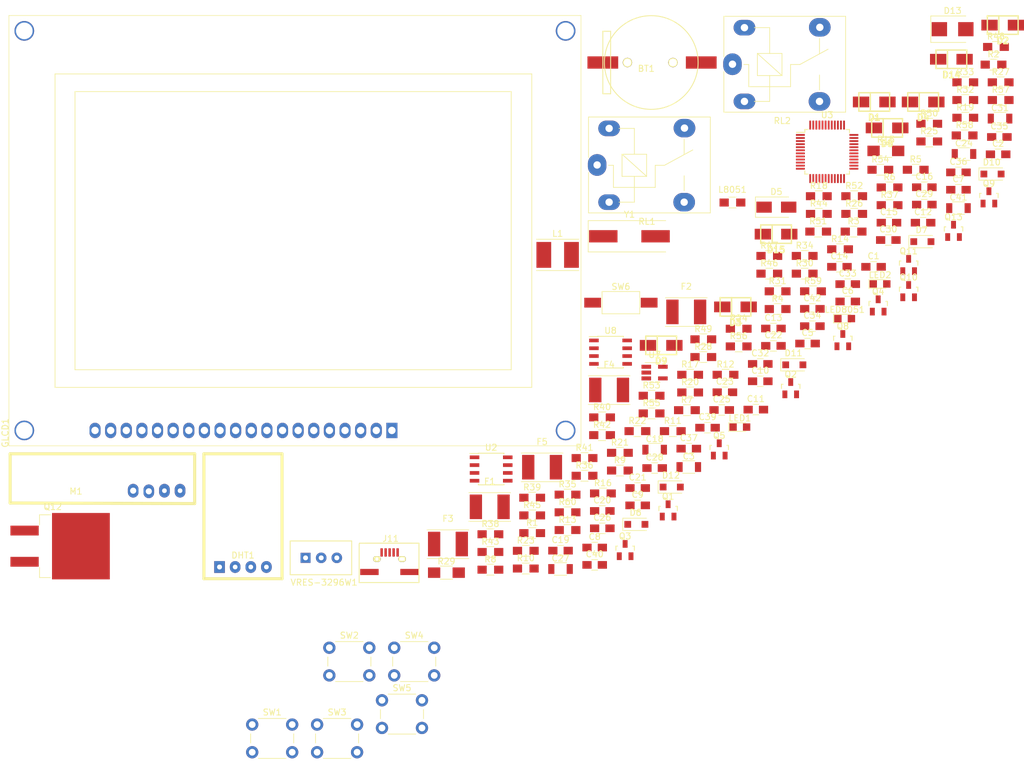
<source format=kicad_pcb>
(kicad_pcb (version 20171130) (host pcbnew "(5.1.5)-2")
  (layers (0 F.Cu signal) (31 B.Cu signal) (34 B.Paste user) (35 F.Paste user) (36 B.SilkS user) (37 F.SilkS user) (38 B.Mask user) (39 F.Mask user) (44 Edge.Cuts user))
  (net 0 "")
  (net 1 GND)
  (net 2 "Net-(BT1-Pad1)")
  (net 3 /BT1)
  (net 4 /BT2)
  (net 5 "Net-(C3-Pad1)")
  (net 6 /BT3)
  (net 7 +24V)
  (net 8 "Net-(C7-Pad1)")
  (net 9 /BT4)
  (net 10 /BT5)
  (net 11 BAT+)
  (net 12 "Net-(C12-Pad2)")
  (net 13 "Net-(C13-Pad2)")
  (net 14 "Net-(C15-Pad2)")
  (net 15 +3V3)
  (net 16 +5V)
  (net 17 "Net-(C24-Pad1)")
  (net 18 "Net-(C25-Pad2)")
  (net 19 /RF315)
  (net 20 "Net-(C36-Pad1)")
  (net 21 "Net-(D1-Pad1)")
  (net 22 "Net-(D3-Pad2)")
  (net 23 "Net-(D4-Pad2)")
  (net 24 "Net-(D5-Pad1)")
  (net 25 "Net-(D6-Pad1)")
  (net 26 "Net-(D7-Pad1)")
  (net 27 "Net-(D10-Pad2)")
  (net 28 "Net-(D11-Pad1)")
  (net 29 "Net-(D12-Pad2)")
  (net 30 "Net-(D13-Pad2)")
  (net 31 "Net-(D14-Pad2)")
  (net 32 "Net-(D15-Pad1)")
  (net 33 /DHT22)
  (net 34 "Net-(GLCD1-Pad3)")
  (net 35 "Net-(GLCD1-Pad15)")
  (net 36 "Net-(GLCD1-Pad19)")
  (net 37 "Net-(GLCD1-Pad20)")
  (net 38 "Net-(J11-Pad3)")
  (net 39 "Net-(J11-Pad2)")
  (net 40 /LED_STT)
  (net 41 "Net-(LED1-Pad2)")
  (net 42 "Net-(LED2-Pad1)")
  (net 43 "Net-(M1-Pad2)")
  (net 44 "Net-(Q1-Pad1)")
  (net 45 "Net-(Q2-Pad1)")
  (net 46 "Net-(Q3-Pad1)")
  (net 47 "Net-(Q4-Pad1)")
  (net 48 "Net-(Q5-Pad1)")
  (net 49 "Net-(Q8-Pad3)")
  (net 50 "Net-(Q8-Pad1)")
  (net 51 "Net-(Q10-Pad1)")
  (net 52 "Net-(Q9-Pad3)")
  (net 53 "Net-(Q11-Pad1)")
  (net 54 "Net-(Q12-Pad1)")
  (net 55 "Net-(Q13-Pad3)")
  (net 56 "Net-(Q13-Pad1)")
  (net 57 /RL1)
  (net 58 "Net-(R15-Pad2)")
  (net 59 /SCL)
  (net 60 "Net-(R18-Pad1)")
  (net 61 "Net-(R19-Pad1)")
  (net 62 /SDA)
  (net 63 /ctrl2)
  (net 64 /ctrl1)
  (net 65 "Net-(R26-Pad2)")
  (net 66 /USB_DIS)
  (net 67 /USB_DP)
  (net 68 /USB_DM)
  (net 69 /PWM)
  (net 70 /BUZZER)
  (net 71 "Net-(R52-Pad1)")
  (net 72 /485_RX)
  (net 73 /485_TX)
  (net 74 "Net-(R55-Pad2)")
  (net 75 "Net-(LED8051-Pad1)")
  (module ph_kicad_lib:BT_CR1220 (layer F.Cu) (at 145.6474 12.190801)
    (fp_text reference BT1 (at 7.0612 0.9906) (layer F.SilkS))
    (fp_text value BT_CR1220_S)
    (pad 3 thru_hole circle (at 11.4 0) (size 1.524 1.524) (drill 1.2) (layers *.Cu *.Mask F.SilkS))
    (pad 3 thru_hole circle (at 4 0) (size 1.524 1.524) (drill 1.2) (layers *.Cu *.Mask F.SilkS))
    (pad 2 smd rect (at 16 0) (size 5 2) (layers F.Cu F.Paste F.Mask) (net 1 GND))
    (pad 1 smd rect (at 0 0) (size 5 2) (layers F.Cu F.Paste F.Mask) (net 2 "Net-(BT1-Pad1)"))
  )
  (module ph_kicad_lib:C_0805_HandSoldering (layer F.Cu) (at 189.662401 45.425801)
    (fp_text reference C1 (at 0 -1.75) (layer F.SilkS))
    (fp_text value 100nF)
    (pad 1 smd rect (at -1.25 0) (size 1.5 1.25) (layers F.Cu F.Paste F.Mask) (net 3 /BT1))
    (pad 2 smd rect (at 1.25 0) (size 1.5 1.25) (layers F.Cu F.Paste F.Mask) (net 1 GND))
  )
  (module ph_kicad_lib:C_0805_HandSoldering (layer F.Cu) (at 209.912401 27.125801)
    (fp_text reference C2 (at 0 -1.75) (layer F.SilkS))
    (fp_text value 100nF)
    (pad 2 smd rect (at 1.25 0) (size 1.5 1.25) (layers F.Cu F.Paste F.Mask) (net 1 GND))
    (pad 1 smd rect (at -1.25 0) (size 1.5 1.25) (layers F.Cu F.Paste F.Mask) (net 4 /BT2))
  )
  (module ph_kicad_lib:C_1206 (layer F.Cu) (at 159.622401 77.995801)
    (fp_text reference C3 (at 0 -1.75) (layer F.SilkS))
    (fp_text value 10uF)
    (pad 1 smd rect (at -1.5 0) (size 1 1.6) (layers F.Cu F.Paste F.Mask) (net 5 "Net-(C3-Pad1)"))
    (pad 2 smd rect (at 1.5 0) (size 1 1.6) (layers F.Cu F.Paste F.Mask) (net 1 GND))
  )
  (module ph_kicad_lib:C_0805_HandSoldering (layer F.Cu) (at 178.932401 57.905801)
    (fp_text reference C5 (at 0 -1.75) (layer F.SilkS))
    (fp_text value 100nF)
    (pad 1 smd rect (at -1.25 0) (size 1.5 1.25) (layers F.Cu F.Paste F.Mask) (net 6 /BT3))
    (pad 2 smd rect (at 1.25 0) (size 1.5 1.25) (layers F.Cu F.Paste F.Mask) (net 1 GND))
  )
  (module ph_kicad_lib:C_0805_HandSoldering (layer F.Cu) (at 185.462401 51.065801)
    (fp_text reference C6 (at 0 -1.75) (layer F.SilkS))
    (fp_text value 100nF)
    (pad 1 smd rect (at -1.25 0) (size 1.5 1.25) (layers F.Cu F.Paste F.Mask) (net 7 +24V))
    (pad 2 smd rect (at 1.25 0) (size 1.5 1.25) (layers F.Cu F.Paste F.Mask) (net 1 GND))
  )
  (module ph_kicad_lib:C_0805_HandSoldering (layer F.Cu) (at 203.462401 32.885801)
    (fp_text reference C7 (at 0 -1.75) (layer F.SilkS))
    (fp_text value 33pF)
    (pad 2 smd rect (at 1.25 0) (size 1.5 1.25) (layers F.Cu F.Paste F.Mask) (net 1 GND))
    (pad 1 smd rect (at -1.25 0) (size 1.5 1.25) (layers F.Cu F.Paste F.Mask) (net 8 "Net-(C7-Pad1)"))
  )
  (module ph_kicad_lib:C_0805_HandSoldering (layer F.Cu) (at 144.322401 91.095801)
    (fp_text reference C8 (at 0 -1.75) (layer F.SilkS))
    (fp_text value 100nF)
    (pad 1 smd rect (at -1.25 0) (size 1.5 1.25) (layers F.Cu F.Paste F.Mask) (net 1 GND))
    (pad 2 smd rect (at 1.25 0) (size 1.5 1.25) (layers F.Cu F.Paste F.Mask) (net 5 "Net-(C3-Pad1)"))
  )
  (module ph_kicad_lib:C_0805_HandSoldering (layer F.Cu) (at 151.312401 84.235801)
    (fp_text reference C9 (at 0 -1.75) (layer F.SilkS))
    (fp_text value 100nF)
    (pad 2 smd rect (at 1.25 0) (size 1.5 1.25) (layers F.Cu F.Paste F.Mask) (net 1 GND))
    (pad 1 smd rect (at -1.25 0) (size 1.5 1.25) (layers F.Cu F.Paste F.Mask) (net 9 /BT4))
  )
  (module ph_kicad_lib:C_0805_HandSoldering (layer F.Cu) (at 171.242401 64.045801)
    (fp_text reference C10 (at 0 -1.75) (layer F.SilkS))
    (fp_text value 100nF)
    (pad 2 smd rect (at 1.25 0) (size 1.5 1.25) (layers F.Cu F.Paste F.Mask) (net 1 GND))
    (pad 1 smd rect (at -1.25 0) (size 1.5 1.25) (layers F.Cu F.Paste F.Mask) (net 10 /BT5))
  )
  (module ph_kicad_lib:C_0805_HandSoldering (layer F.Cu) (at 170.522401 68.655801)
    (fp_text reference C11 (at 0 -1.75) (layer F.SilkS))
    (fp_text value 100nF)
    (pad 2 smd rect (at 1.25 0) (size 1.5 1.25) (layers F.Cu F.Paste F.Mask) (net 1 GND))
    (pad 1 smd rect (at -1.25 0) (size 1.5 1.25) (layers F.Cu F.Paste F.Mask) (net 11 BAT+))
  )
  (module ph_kicad_lib:C_0805_HandSoldering (layer F.Cu) (at 197.712401 38.245801)
    (fp_text reference C12 (at 0 -1.75) (layer F.SilkS))
    (fp_text value 20pF)
    (pad 2 smd rect (at 1.25 0) (size 1.5 1.25) (layers F.Cu F.Paste F.Mask) (net 12 "Net-(C12-Pad2)"))
    (pad 1 smd rect (at -1.25 0) (size 1.5 1.25) (layers F.Cu F.Paste F.Mask) (net 1 GND))
  )
  (module ph_kicad_lib:C_0805_HandSoldering (layer F.Cu) (at 173.382401 55.465801)
    (fp_text reference C13 (at 0 -1.75) (layer F.SilkS))
    (fp_text value 20pF)
    (pad 2 smd rect (at 1.25 0) (size 1.5 1.25) (layers F.Cu F.Paste F.Mask) (net 13 "Net-(C13-Pad2)"))
    (pad 1 smd rect (at -1.25 0) (size 1.5 1.25) (layers F.Cu F.Paste F.Mask) (net 1 GND))
  )
  (module ph_kicad_lib:C_0805_HandSoldering (layer F.Cu) (at 184.112401 45.425801)
    (fp_text reference C14 (at 0 -1.75) (layer F.SilkS))
    (fp_text value 100nF)
    (pad 2 smd rect (at 1.25 0) (size 1.5 1.25) (layers F.Cu F.Paste F.Mask) (net 1 GND))
    (pad 1 smd rect (at -1.25 0) (size 1.5 1.25) (layers F.Cu F.Paste F.Mask) (net 2 "Net-(BT1-Pad1)"))
  )
  (module ph_kicad_lib:C_0805_HandSoldering (layer F.Cu) (at 192.162401 38.245801)
    (fp_text reference C15 (at 0 -1.75) (layer F.SilkS))
    (fp_text value 100nF)
    (pad 1 smd rect (at -1.25 0) (size 1.5 1.25) (layers F.Cu F.Paste F.Mask) (net 1 GND))
    (pad 2 smd rect (at 1.25 0) (size 1.5 1.25) (layers F.Cu F.Paste F.Mask) (net 14 "Net-(C15-Pad2)"))
  )
  (module ph_kicad_lib:C_0805_HandSoldering (layer F.Cu) (at 197.912401 32.485801)
    (fp_text reference C16 (at 0 -1.75) (layer F.SilkS))
    (fp_text value 100nF)
    (pad 1 smd rect (at -1.25 0) (size 1.5 1.25) (layers F.Cu F.Paste F.Mask) (net 15 +3V3))
    (pad 2 smd rect (at 1.25 0) (size 1.5 1.25) (layers F.Cu F.Paste F.Mask) (net 1 GND))
  )
  (module ph_kicad_lib:C_1206 (layer F.Cu) (at 154.072401 75.175801)
    (fp_text reference C18 (at 0 -1.75) (layer F.SilkS))
    (fp_text value 10uF)
    (pad 2 smd rect (at 1.5 0) (size 1 1.6) (layers F.Cu F.Paste F.Mask) (net 1 GND))
    (pad 1 smd rect (at -1.5 0) (size 1 1.6) (layers F.Cu F.Paste F.Mask) (net 15 +3V3))
  )
  (module ph_kicad_lib:C_0805_HandSoldering (layer F.Cu) (at 138.772401 91.595801)
    (fp_text reference C19 (at 0 -1.75) (layer F.SilkS))
    (fp_text value 100nF)
    (pad 1 smd rect (at -1.25 0) (size 1.5 1.25) (layers F.Cu F.Paste F.Mask) (net 16 +5V))
    (pad 2 smd rect (at 1.25 0) (size 1.5 1.25) (layers F.Cu F.Paste F.Mask) (net 1 GND))
  )
  (module ph_kicad_lib:C_0805_HandSoldering (layer F.Cu) (at 145.562401 85.145801)
    (fp_text reference C20 (at 0 -1.75) (layer F.SilkS))
    (fp_text value 100nF)
    (pad 2 smd rect (at 1.25 0) (size 1.5 1.25) (layers F.Cu F.Paste F.Mask) (net 15 +3V3))
    (pad 1 smd rect (at -1.25 0) (size 1.5 1.25) (layers F.Cu F.Paste F.Mask) (net 1 GND))
  )
  (module ph_kicad_lib:C_0805_HandSoldering (layer F.Cu) (at 151.312401 81.415801)
    (fp_text reference C21 (at 0 -1.75) (layer F.SilkS))
    (fp_text value 100nF)
    (pad 2 smd rect (at 1.25 0) (size 1.5 1.25) (layers F.Cu F.Paste F.Mask) (net 15 +3V3))
    (pad 1 smd rect (at -1.25 0) (size 1.5 1.25) (layers F.Cu F.Paste F.Mask) (net 1 GND))
  )
  (module ph_kicad_lib:C_0805_HandSoldering (layer F.Cu) (at 173.382401 58.285801)
    (fp_text reference C22 (at 0 -1.75) (layer F.SilkS))
    (fp_text value 100nF)
    (pad 2 smd rect (at 1.25 0) (size 1.5 1.25) (layers F.Cu F.Paste F.Mask) (net 15 +3V3))
    (pad 1 smd rect (at -1.25 0) (size 1.5 1.25) (layers F.Cu F.Paste F.Mask) (net 1 GND))
  )
  (module ph_kicad_lib:C_0805_HandSoldering (layer F.Cu) (at 165.492401 65.835801)
    (fp_text reference C23 (at 0 -1.75) (layer F.SilkS))
    (fp_text value 100nF)
    (pad 1 smd rect (at -1.25 0) (size 1.5 1.25) (layers F.Cu F.Paste F.Mask) (net 1 GND))
    (pad 2 smd rect (at 1.25 0) (size 1.5 1.25) (layers F.Cu F.Paste F.Mask) (net 15 +3V3))
  )
  (module ph_kicad_lib:C_1206 (layer F.Cu) (at 204.362401 27.075801)
    (fp_text reference C24 (at 0 -1.75) (layer F.SilkS))
    (fp_text value 10uF)
    (pad 2 smd rect (at 1.5 0) (size 1 1.6) (layers F.Cu F.Paste F.Mask) (net 1 GND))
    (pad 1 smd rect (at -1.5 0) (size 1 1.6) (layers F.Cu F.Paste F.Mask) (net 17 "Net-(C24-Pad1)"))
  )
  (module ph_kicad_lib:C_0805_HandSoldering (layer F.Cu) (at 164.972401 68.715801)
    (fp_text reference C25 (at 0 -1.75) (layer F.SilkS))
    (fp_text value 1uF)
    (pad 2 smd rect (at 1.25 0) (size 1.5 1.25) (layers F.Cu F.Paste F.Mask) (net 18 "Net-(C25-Pad2)"))
    (pad 1 smd rect (at -1.25 0) (size 1.5 1.25) (layers F.Cu F.Paste F.Mask) (net 1 GND))
  )
  (module ph_kicad_lib:C_0805_HandSoldering (layer F.Cu) (at 145.562401 87.965801)
    (fp_text reference C26 (at 0 -1.75) (layer F.SilkS))
    (fp_text value 100nF)
    (pad 1 smd rect (at -1.25 0) (size 1.5 1.25) (layers F.Cu F.Paste F.Mask) (net 1 GND))
    (pad 2 smd rect (at 1.25 0) (size 1.5 1.25) (layers F.Cu F.Paste F.Mask) (net 18 "Net-(C25-Pad2)"))
  )
  (module ph_kicad_lib:C_1206 (layer F.Cu) (at 138.772401 94.585801)
    (fp_text reference C27 (at 0 -1.75) (layer F.SilkS))
    (fp_text value 10uF)
    (pad 1 smd rect (at -1.5 0) (size 1 1.6) (layers F.Cu F.Paste F.Mask) (net 11 BAT+))
    (pad 2 smd rect (at 1.5 0) (size 1 1.6) (layers F.Cu F.Paste F.Mask) (net 1 GND))
  )
  (module ph_kicad_lib:C_0805_HandSoldering (layer F.Cu) (at 154.072401 78.165801)
    (fp_text reference C28 (at 0 -1.75) (layer F.SilkS))
    (fp_text value 100nF)
    (pad 2 smd rect (at 1.25 0) (size 1.5 1.25) (layers F.Cu F.Paste F.Mask) (net 1 GND))
    (pad 1 smd rect (at -1.25 0) (size 1.5 1.25) (layers F.Cu F.Paste F.Mask) (net 15 +3V3))
  )
  (module ph_kicad_lib:C_0805_HandSoldering (layer F.Cu) (at 197.912401 35.305801)
    (fp_text reference C29 (at 0 -1.75) (layer F.SilkS))
    (fp_text value 1uF)
    (pad 1 smd rect (at -1.25 0) (size 1.5 1.25) (layers F.Cu F.Paste F.Mask) (net 11 BAT+))
    (pad 2 smd rect (at 1.25 0) (size 1.5 1.25) (layers F.Cu F.Paste F.Mask))
  )
  (module ph_kicad_lib:C_0805_HandSoldering (layer F.Cu) (at 192.062401 41.065801)
    (fp_text reference C30 (at 0 -1.75) (layer F.SilkS))
    (fp_text value 100nF)
    (pad 1 smd rect (at -1.25 0) (size 1.5 1.25) (layers F.Cu F.Paste F.Mask) (net 1 GND))
    (pad 2 smd rect (at 1.25 0) (size 1.5 1.25) (layers F.Cu F.Paste F.Mask) (net 11 BAT+))
  )
  (module ph_kicad_lib:C_1206 (layer F.Cu) (at 210.222401 21.315801)
    (fp_text reference C31 (at 0 -1.75) (layer F.SilkS))
    (fp_text value 10uF)
    (pad 1 smd rect (at -1.5 0) (size 1 1.6) (layers F.Cu F.Paste F.Mask) (net 1 GND))
    (pad 2 smd rect (at 1.5 0) (size 1 1.6) (layers F.Cu F.Paste F.Mask) (net 11 BAT+))
  )
  (module ph_kicad_lib:C_0805_HandSoldering (layer F.Cu) (at 171.242401 61.225801)
    (fp_text reference C32 (at 0 -1.75) (layer F.SilkS))
    (fp_text value 100nF)
    (pad 1 smd rect (at -1.25 0) (size 1.5 1.25) (layers F.Cu F.Paste F.Mask) (net 1 GND))
    (pad 2 smd rect (at 1.25 0) (size 1.5 1.25) (layers F.Cu F.Paste F.Mask) (net 11 BAT+))
  )
  (module ph_kicad_lib:C_0805_HandSoldering (layer F.Cu) (at 185.462401 48.245801)
    (fp_text reference C33 (at 0 -1.75) (layer F.SilkS))
    (fp_text value 47nF)
    (pad 2 smd rect (at 1.25 0) (size 1.5 1.25) (layers F.Cu F.Paste F.Mask) (net 19 /RF315))
    (pad 1 smd rect (at -1.25 0) (size 1.5 1.25) (layers F.Cu F.Paste F.Mask) (net 1 GND))
  )
  (module ph_kicad_lib:C_0805_HandSoldering (layer F.Cu) (at 179.712401 55.085801)
    (fp_text reference C34 (at 0 -1.75) (layer F.SilkS))
    (fp_text value 1uF)
    (pad 1 smd rect (at -1.25 0) (size 1.5 1.25) (layers F.Cu F.Paste F.Mask) (net 11 BAT+))
    (pad 2 smd rect (at 1.25 0) (size 1.5 1.25) (layers F.Cu F.Paste F.Mask) (net 1 GND))
  )
  (module ph_kicad_lib:C_0805_HandSoldering (layer F.Cu) (at 210.112401 24.305801)
    (fp_text reference C35 (at 0 -1.75) (layer F.SilkS))
    (fp_text value 100nF)
    (pad 1 smd rect (at -1.25 0) (size 1.5 1.25) (layers F.Cu F.Paste F.Mask) (net 11 BAT+))
    (pad 2 smd rect (at 1.25 0) (size 1.5 1.25) (layers F.Cu F.Paste F.Mask) (net 1 GND))
  )
  (module ph_kicad_lib:C_0805_HandSoldering (layer F.Cu) (at 203.462401 30.065801)
    (fp_text reference C36 (at 0 -1.75) (layer F.SilkS))
    (fp_text value 22nF)
    (pad 2 smd rect (at 1.25 0) (size 1.5 1.25) (layers F.Cu F.Paste F.Mask) (net 1 GND))
    (pad 1 smd rect (at -1.25 0) (size 1.5 1.25) (layers F.Cu F.Paste F.Mask) (net 20 "Net-(C36-Pad1)"))
  )
  (module ph_kicad_lib:C_0805_HandSoldering (layer F.Cu) (at 159.622401 75.005801)
    (fp_text reference C37 (at 0 -1.75) (layer F.SilkS))
    (fp_text value 100nF)
    (pad 2 smd rect (at 1.25 0) (size 1.5 1.25) (layers F.Cu F.Paste F.Mask) (net 11 BAT+))
    (pad 1 smd rect (at -1.25 0) (size 1.5 1.25) (layers F.Cu F.Paste F.Mask) (net 1 GND))
  )
  (module ph_kicad_lib:C_0805_HandSoldering (layer F.Cu) (at 162.672401 71.595801)
    (fp_text reference C39 (at 0 -1.75) (layer F.SilkS))
    (fp_text value 100nF)
    (pad 2 smd rect (at 1.25 0) (size 1.5 1.25) (layers F.Cu F.Paste F.Mask) (net 1 GND))
    (pad 1 smd rect (at -1.25 0) (size 1.5 1.25) (layers F.Cu F.Paste F.Mask) (net 15 +3V3))
  )
  (module ph_kicad_lib:C_0805_HandSoldering (layer F.Cu) (at 144.322401 93.915801)
    (fp_text reference C40 (at 0 -1.75) (layer F.SilkS))
    (fp_text value 100nF)
    (pad 1 smd rect (at -1.25 0) (size 1.5 1.25) (layers F.Cu F.Paste F.Mask) (net 1 GND))
    (pad 2 smd rect (at 1.25 0) (size 1.5 1.25) (layers F.Cu F.Paste F.Mask) (net 16 +5V))
  )
  (module ph_kicad_lib:C_1206 (layer F.Cu) (at 203.462401 35.875801)
    (fp_text reference C41 (at 0 -1.75) (layer F.SilkS))
    (fp_text value 10uF)
    (pad 2 smd rect (at 1.5 0) (size 1 1.6) (layers F.Cu F.Paste F.Mask) (net 11 BAT+))
    (pad 1 smd rect (at -1.5 0) (size 1 1.6) (layers F.Cu F.Paste F.Mask) (net 1 GND))
  )
  (module ph_kicad_lib:C_0805_HandSoldering (layer F.Cu) (at 179.712401 52.265801)
    (fp_text reference C42 (at 0 -1.75) (layer F.SilkS))
    (fp_text value 100nF)
    (pad 1 smd rect (at -1.25 0) (size 1.5 1.25) (layers F.Cu F.Paste F.Mask) (net 1 GND))
    (pad 2 smd rect (at 1.25 0) (size 1.5 1.25) (layers F.Cu F.Paste F.Mask) (net 11 BAT+))
  )
  (module "ph_kicad_lib:DO-214AC(SMA)" (layer F.Cu) (at 189.7724 18.610101)
    (fp_text reference D1 (at 0 2.54) (layer F.SilkS) (effects (font (size 1.016 1.016) (thickness 0.254))))
    (fp_text value D_TVS hide)
    (pad 1 smd rect (at -2.15 0) (size 2.65 1.75) (layers F.Cu F.Paste F.Mask) (net 21 "Net-(D1-Pad1)"))
    (pad 2 smd rect (at 2.15 0) (size 2.65 1.75) (layers F.Cu F.Paste F.Mask) (net 1 GND))
  )
  (module "ph_kicad_lib:DO-214AC(SMA)" (layer F.Cu) (at 210.6624 6.110101)
    (fp_text reference D2 (at 0 2.54) (layer F.SilkS) (effects (font (size 1.016 1.016) (thickness 0.254))))
    (fp_text value 1N4007_M7 hide)
    (pad 2 smd rect (at 2.15 0) (size 2.65 1.75) (layers F.Cu F.Paste F.Mask) (net 21 "Net-(D1-Pad1)"))
    (pad 1 smd rect (at -2.15 0) (size 2.65 1.75) (layers F.Cu F.Paste F.Mask) (net 7 +24V))
  )
  (module "ph_kicad_lib:DO-214AC(SMA)" (layer F.Cu) (at 167.2124 51.950101)
    (fp_text reference D3 (at 0 2.54) (layer F.SilkS) (effects (font (size 1.016 1.016) (thickness 0.254))))
    (fp_text value 1N4007_M7 hide)
    (pad 1 smd rect (at -2.15 0) (size 2.65 1.75) (layers F.Cu F.Paste F.Mask) (net 7 +24V))
    (pad 2 smd rect (at 2.15 0) (size 2.65 1.75) (layers F.Cu F.Paste F.Mask) (net 22 "Net-(D3-Pad2)"))
  )
  (module "ph_kicad_lib:DO-214AC(SMA)" (layer F.Cu) (at 197.7224 18.610101)
    (fp_text reference D4 (at 0 2.54) (layer F.SilkS) (effects (font (size 1.016 1.016) (thickness 0.254))))
    (fp_text value 1N4007_M7 hide)
    (pad 2 smd rect (at 2.15 0) (size 2.65 1.75) (layers F.Cu F.Paste F.Mask) (net 23 "Net-(D4-Pad2)"))
    (pad 1 smd rect (at -2.15 0) (size 2.65 1.75) (layers F.Cu F.Paste F.Mask) (net 7 +24V))
  )
  (module ph_kicad_lib:D_SMA (layer F.Cu) (at 173.862401 35.720801)
    (fp_text reference D5 (at 0 -2.5) (layer F.SilkS))
    (fp_text value SS24_SMA)
    (pad 1 smd rect (at -2 0) (size 2.5 1.8) (layers F.Cu F.Paste F.Mask) (net 24 "Net-(D5-Pad1)"))
    (pad 2 smd rect (at 2 0) (size 2.5 1.8) (layers F.Cu F.Paste F.Mask) (net 1 GND))
  )
  (module ph_kicad_lib:D_SOD-123F (layer F.Cu) (at 151.097401 87.320801)
    (fp_text reference D6 (at -0.127 -1.905) (layer F.SilkS))
    (fp_text value 12V/SOD123)
    (pad 2 smd rect (at 1.4 0) (size 1.1 1.1) (layers F.Cu F.Paste F.Mask) (net 1 GND))
    (pad 1 smd rect (at -1.4 0) (size 1.1 1.1) (layers F.Cu F.Paste F.Mask) (net 25 "Net-(D6-Pad1)"))
  )
  (module ph_kicad_lib:D_SOD-123F (layer F.Cu) (at 197.597401 41.330801)
    (fp_text reference D7 (at -0.127 -1.905) (layer F.SilkS))
    (fp_text value 12V/SOD123)
    (pad 2 smd rect (at 1.4 0) (size 1.1 1.1) (layers F.Cu F.Paste F.Mask) (net 1 GND))
    (pad 1 smd rect (at -1.4 0) (size 1.1 1.1) (layers F.Cu F.Paste F.Mask) (net 26 "Net-(D7-Pad1)"))
  )
  (module "ph_kicad_lib:DO-214AC(SMA)" (layer F.Cu) (at 191.8624 22.830101)
    (fp_text reference D8 (at 0 2.54) (layer F.SilkS) (effects (font (size 1.016 1.016) (thickness 0.254))))
    (fp_text value 1N4007_M7 hide)
    (pad 1 smd rect (at -2.15 0) (size 2.65 1.75) (layers F.Cu F.Paste F.Mask) (net 7 +24V))
    (pad 2 smd rect (at 2.15 0) (size 2.65 1.75) (layers F.Cu F.Paste F.Mask))
  )
  (module "ph_kicad_lib:DO-214AC(SMA)" (layer F.Cu) (at 155.1324 58.200101)
    (fp_text reference D9 (at 0 2.54) (layer F.SilkS) (effects (font (size 1.016 1.016) (thickness 0.254))))
    (fp_text value 1N4007_M7 hide)
    (pad 2 smd rect (at 2.15 0) (size 2.65 1.75) (layers F.Cu F.Paste F.Mask))
    (pad 1 smd rect (at -2.15 0) (size 2.65 1.75) (layers F.Cu F.Paste F.Mask) (net 7 +24V))
  )
  (module ph_kicad_lib:D_SOD-123F (layer F.Cu) (at 208.997401 30.330801)
    (fp_text reference D10 (at -0.127 -1.905) (layer F.SilkS))
    (fp_text value 1N4148_T4)
    (pad 1 smd rect (at -1.4 0) (size 1.1 1.1) (layers F.Cu F.Paste F.Mask) (net 16 +5V))
    (pad 2 smd rect (at 1.4 0) (size 1.1 1.1) (layers F.Cu F.Paste F.Mask) (net 27 "Net-(D10-Pad2)"))
  )
  (module ph_kicad_lib:D_SOD-123F (layer F.Cu) (at 176.777401 61.370801)
    (fp_text reference D11 (at -0.127 -1.905) (layer F.SilkS))
    (fp_text value 12V_SOD123)
    (pad 1 smd rect (at -1.4 0) (size 1.1 1.1) (layers F.Cu F.Paste F.Mask) (net 28 "Net-(D11-Pad1)"))
    (pad 2 smd rect (at 1.4 0) (size 1.1 1.1) (layers F.Cu F.Paste F.Mask) (net 1 GND))
  )
  (module ph_kicad_lib:D_SOD-123F (layer F.Cu) (at 156.847401 81.250801)
    (fp_text reference D12 (at -0.127 -1.905) (layer F.SilkS))
    (fp_text value 1N4007_T7)
    (pad 1 smd rect (at -1.4 0) (size 1.1 1.1) (layers F.Cu F.Paste F.Mask) (net 16 +5V))
    (pad 2 smd rect (at 1.4 0) (size 1.1 1.1) (layers F.Cu F.Paste F.Mask) (net 29 "Net-(D12-Pad2)"))
  )
  (module ph_kicad_lib:D_SMB (layer F.Cu) (at 202.512401 6.770801)
    (fp_text reference D13 (at 0 -3) (layer F.SilkS))
    (fp_text value SS5x_SMB)
    (pad 2 smd rect (at 2.15 0) (size 2.5 2.3) (layers F.Cu F.Paste F.Mask) (net 30 "Net-(D13-Pad2)"))
    (pad 1 smd rect (at -2.15 0) (size 2.5 2.3) (layers F.Cu F.Paste F.Mask) (net 7 +24V))
  )
  (module "ph_kicad_lib:DO-214AC(SMA)" (layer F.Cu) (at 202.3124 11.660101)
    (fp_text reference D14 (at 0 2.54) (layer F.SilkS) (effects (font (size 1.016 1.016) (thickness 0.254))))
    (fp_text value D_TVS hide)
    (pad 2 smd rect (at 2.15 0) (size 2.65 1.75) (layers F.Cu F.Paste F.Mask) (net 31 "Net-(D14-Pad2)"))
    (pad 1 smd rect (at -2.15 0) (size 2.65 1.75) (layers F.Cu F.Paste F.Mask) (net 1 GND))
  )
  (module "ph_kicad_lib:DO-214AC(SMA)" (layer F.Cu) (at 173.8124 40.110101)
    (fp_text reference D15 (at 0 2.54) (layer F.SilkS) (effects (font (size 1.016 1.016) (thickness 0.254))))
    (fp_text value D_TVS hide)
    (pad 1 smd rect (at -2.15 0) (size 2.65 1.75) (layers F.Cu F.Paste F.Mask) (net 32 "Net-(D15-Pad1)"))
    (pad 2 smd rect (at 2.15 0) (size 2.65 1.75) (layers F.Cu F.Paste F.Mask) (net 1 GND))
  )
  (module nhantt-kicad-lib:DHT11 (layer F.Cu) (at 87.147401 94.260801)
    (fp_text reference DHT1 (at 0 -1.9) (layer F.SilkS))
    (fp_text value DHT22)
    (pad 1 thru_hole rect (at -3.81 0) (size 1.724 1.924) (drill 0.8) (layers *.Cu *.Mask) (net 15 +3V3))
    (pad 2 thru_hole oval (at -1.27 0) (size 1.724 1.924) (drill 0.762) (layers *.Cu *.Mask) (net 33 /DHT22))
    (pad 3 thru_hole oval (at 1.27 0) (size 1.724 1.924) (drill 0.762) (layers *.Cu *.Mask))
    (pad 4 thru_hole oval (at 3.81 0) (size 1.724 1.924) (drill 0.762) (layers *.Cu *.Mask) (net 1 GND))
  )
  (module ph_kicad_lib:Fuse_SMD1812 (layer F.Cu) (at 127.262401 84.470801)
    (fp_text reference F1 (at 0 -4.13) (layer F.SilkS))
    (fp_text value FusePTC)
    (pad 2 smd rect (at 2.25 0 90) (size 4 2) (layers F.Cu F.Paste F.Mask) (net 21 "Net-(D1-Pad1)"))
    (pad 1 smd rect (at -2.25 0 90) (size 4 2) (layers F.Cu F.Paste F.Mask))
  )
  (module ph_kicad_lib:Fuse_SMD1812 (layer F.Cu) (at 159.212401 52.760801)
    (fp_text reference F2 (at 0 -4.13) (layer F.SilkS))
    (fp_text value 24V/1A)
    (pad 1 smd rect (at -2.25 0 90) (size 4 2) (layers F.Cu F.Paste F.Mask) (net 7 +24V))
    (pad 2 smd rect (at 2.25 0 90) (size 4 2) (layers F.Cu F.Paste F.Mask))
  )
  (module ph_kicad_lib:Fuse_SMD1812 (layer F.Cu) (at 120.472401 90.520801)
    (fp_text reference F3 (at 0 -4.13) (layer F.SilkS))
    (fp_text value 24V/1A)
    (pad 2 smd rect (at 2.25 0 90) (size 4 2) (layers F.Cu F.Paste F.Mask))
    (pad 1 smd rect (at -2.25 0 90) (size 4 2) (layers F.Cu F.Paste F.Mask) (net 7 +24V))
  )
  (module ph_kicad_lib:Fuse_SMD1812 (layer F.Cu) (at 146.672401 65.460801)
    (fp_text reference F4 (at 0 -4.13) (layer F.SilkS))
    (fp_text value FusePTC)
    (pad 2 smd rect (at 2.25 0 90) (size 4 2) (layers F.Cu F.Paste F.Mask))
    (pad 1 smd rect (at -2.25 0 90) (size 4 2) (layers F.Cu F.Paste F.Mask) (net 31 "Net-(D14-Pad2)"))
  )
  (module ph_kicad_lib:Fuse_SMD1812 (layer F.Cu) (at 135.772401 78.020801)
    (fp_text reference F5 (at 0 -4.13) (layer F.SilkS))
    (fp_text value FusePTC)
    (pad 1 smd rect (at -2.25 0 90) (size 4 2) (layers F.Cu F.Paste F.Mask) (net 32 "Net-(D15-Pad1)"))
    (pad 2 smd rect (at 2.25 0 90) (size 4 2) (layers F.Cu F.Paste F.Mask))
  )
  (module ph_kicad_lib:GLCD_ST7920 (layer F.Cu) (at 63.097401 72.045801)
    (fp_text reference GLCD1 (at -14.602439 0.408807 90) (layer F.SilkS))
    (fp_text value GLCD_ST7920)
    (pad "" thru_hole circle (at 76.5 -65) (size 3.2 3.2) (drill 2.7) (layers *.Cu *.Mask))
    (pad "" thru_hole circle (at -11.5 -65) (size 3.2 3.2) (drill 2.7) (layers *.Cu *.Mask))
    (pad "" thru_hole circle (at 76.5 0.008807) (size 3.2 3.2) (drill 2.7) (layers *.Cu *.Mask))
    (pad "" thru_hole circle (at -11.5 0) (size 3.2 3.2) (drill 2.7) (layers *.Cu *.Mask))
    (pad 1 thru_hole rect (at 48.26 0) (size 1.8 2.5) (drill 1.2) (layers *.Cu *.Mask) (net 1 GND))
    (pad 2 thru_hole oval (at 45.72 0) (size 1.8 2.5) (drill 1.2) (layers *.Cu *.Mask) (net 5 "Net-(C3-Pad1)"))
    (pad 3 thru_hole oval (at 43.18 0) (size 1.8 2.5) (drill 1.2) (layers *.Cu *.Mask) (net 34 "Net-(GLCD1-Pad3)"))
    (pad 4 thru_hole oval (at 40.64 0) (size 1.8 2.5) (drill 1.2) (layers *.Cu *.Mask))
    (pad 5 thru_hole oval (at 38.1 0) (size 1.8 2.5) (drill 1.2) (layers *.Cu *.Mask))
    (pad 6 thru_hole oval (at 35.56 0) (size 1.8 2.5) (drill 1.2) (layers *.Cu *.Mask))
    (pad 7 thru_hole oval (at 33.02 0) (size 1.8 2.5) (drill 1.2) (layers *.Cu *.Mask))
    (pad 8 thru_hole oval (at 30.48 0) (size 1.8 2.5) (drill 1.2) (layers *.Cu *.Mask))
    (pad 9 thru_hole oval (at 27.94 0) (size 1.8 2.5) (drill 1.2) (layers *.Cu *.Mask))
    (pad 10 thru_hole oval (at 25.4 0) (size 1.8 2.5) (drill 1.2) (layers *.Cu *.Mask))
    (pad 11 thru_hole oval (at 22.86 0) (size 1.8 2.5) (drill 1.2) (layers *.Cu *.Mask))
    (pad 12 thru_hole oval (at 20.32 0) (size 1.8 2.5) (drill 1.2) (layers *.Cu *.Mask))
    (pad 13 thru_hole oval (at 17.78 0) (size 1.8 2.5) (drill 1.2) (layers *.Cu *.Mask))
    (pad 14 thru_hole oval (at 15.24 0) (size 1.8 2.5) (drill 1.2) (layers *.Cu *.Mask))
    (pad 15 thru_hole oval (at 12.7 0) (size 1.8 2.5) (drill 1.2) (layers *.Cu *.Mask) (net 35 "Net-(GLCD1-Pad15)"))
    (pad 16 thru_hole oval (at 10.16 0) (size 1.8 2.5) (drill 1.2) (layers *.Cu *.Mask))
    (pad 17 thru_hole oval (at 7.62 0) (size 1.8 2.5) (drill 1.2) (layers *.Cu *.Mask))
    (pad 18 thru_hole oval (at 5.08 0) (size 1.8 2.5) (drill 1.2) (layers *.Cu *.Mask))
    (pad 19 thru_hole oval (at 2.54 0) (size 1.8 2.5) (drill 1.2) (layers *.Cu *.Mask) (net 36 "Net-(GLCD1-Pad19)"))
    (pad 20 thru_hole oval (at 0 0) (size 1.8 2.5) (drill 1.2) (layers *.Cu *.Mask) (net 37 "Net-(GLCD1-Pad20)"))
  )
  (module ph_kicad_lib:USB-Micro-B (layer F.Cu) (at 108.922401 92.970801)
    (fp_text reference J11 (at 2.225 -3.325) (layer F.SilkS))
    (fp_text value USB_B_Micro)
    (pad 6 smd rect (at 5.3 2.1 90) (size 1 3) (layers F.Cu F.Paste F.Mask) (net 1 GND))
    (pad 6 smd rect (at -1.2192 2.1 90) (size 1 3) (layers F.Cu F.Paste F.Mask) (net 1 GND))
    (pad 6 thru_hole oval (at 4.1 0 90) (size 0.95 1.25) (drill oval 0.55 0.85) (layers *.Cu *.Mask F.SilkS) (net 1 GND))
    (pad 6 thru_hole oval (at 0 0 90) (size 0.95 1.25) (drill oval 0.55) (layers *.Cu *.Mask F.SilkS) (net 1 GND))
    (pad 5 smd rect (at 3.36666 -1.07994 90) (size 1.35 0.4) (layers F.Cu F.Paste F.Mask) (net 1 GND))
    (pad 4 smd rect (at 2.71666 -1.07994 90) (size 1.35 0.4) (layers F.Cu F.Paste F.Mask))
    (pad 3 smd rect (at 2.06666 -1.07994 90) (size 1.35 0.4) (layers F.Cu F.Paste F.Mask) (net 38 "Net-(J11-Pad3)"))
    (pad 2 smd rect (at 1.41666 -1.07994 90) (size 1.35 0.4) (layers F.Cu F.Paste F.Mask) (net 39 "Net-(J11-Pad2)"))
    (pad 1 smd rect (at 0.76666 -1.07994 90) (size 1.35 0.4) (layers F.Cu F.Paste F.Mask) (net 27 "Net-(D10-Pad2)"))
  )
  (module ph_kicad_lib:L_0805_HandSoldering (layer F.Cu) (at 166.722401 34.970801)
    (fp_text reference L8051 (at 0 -2.1) (layer F.SilkS))
    (fp_text value 30R)
    (pad 2 smd rect (at 1.35 0) (size 1.5 1.3) (layers F.Cu F.Paste F.Mask) (net 18 "Net-(C25-Pad2)"))
    (pad 1 smd rect (at -1.35 0) (size 1.5 1.3) (layers F.Cu F.Paste F.Mask) (net 15 +3V3))
  )
  (module ph_kicad_lib:LED_0805 (layer F.Cu) (at 167.922401 71.500801)
    (fp_text reference LED1 (at 0 -1.45) (layer F.SilkS))
    (fp_text value LED0805)
    (pad 1 smd rect (at -1.1 0 180) (size 1.2 1.2) (layers F.Cu F.Paste F.Mask) (net 40 /LED_STT))
    (pad 2 smd rect (at 1.1 0 180) (size 1.2 1.2) (layers F.Cu F.Paste F.Mask) (net 41 "Net-(LED1-Pad2)"))
  )
  (module ph_kicad_lib:LED_0805 (layer F.Cu) (at 190.712401 48.210801)
    (fp_text reference LED2 (at 0 -1.45) (layer F.SilkS))
    (fp_text value LED0805)
    (pad 1 smd rect (at -1.1 0 180) (size 1.2 1.2) (layers F.Cu F.Paste F.Mask) (net 42 "Net-(LED2-Pad1)"))
    (pad 2 smd rect (at 1.1 0 180) (size 1.2 1.2) (layers F.Cu F.Paste F.Mask) (net 17 "Net-(C24-Pad1)"))
  )
  (module ph_kicad_lib:LED_0805 (layer F.Cu) (at 184.962401 53.850801)
    (fp_text reference LED8051 (at 0 -1.45) (layer F.SilkS))
    (fp_text value LED0805)
    (pad 2 smd rect (at 1.1 0 180) (size 1.2 1.2) (layers F.Cu F.Paste F.Mask) (net 17 "Net-(C24-Pad1)"))
    (pad 1 smd rect (at -1.1 0 180) (size 1.2 1.2) (layers F.Cu F.Paste F.Mask) (net 75 "Net-(LED8051-Pad1)"))
  )
  (module nhantt-kicad-lib:RF_YKTR-5S (layer F.Cu) (at 69.297401 81.845801)
    (fp_text reference M1 (at -9.3 0.1) (layer F.SilkS))
    (fp_text value RF315)
    (pad 1 thru_hole oval (at 0 0) (size 1.724 2.224) (drill 1) (layers *.Cu *.Mask) (net 11 BAT+))
    (pad 2 thru_hole oval (at 2.54 0.1) (size 1.724 2.224) (drill 1) (layers *.Cu *.Mask) (net 43 "Net-(M1-Pad2)"))
    (pad 3 thru_hole oval (at 5.08 0) (size 1.724 2.224) (drill 0.762) (layers *.Cu *.Mask) (net 43 "Net-(M1-Pad2)"))
    (pad 4 thru_hole oval (at 7.62 0) (size 1.724 2.224) (drill 0.762) (layers *.Cu *.Mask) (net 1 GND))
  )
  (module ph_kicad_lib:SOT-23 (layer F.Cu) (at 156.262401 85.0528)
    (fp_text reference Q1 (at 0 -2.25) (layer F.SilkS))
    (fp_text value C1815_SOT23)
    (pad 3 smd rect (at 0 -1) (size 0.8001 1.254) (layers F.Cu F.Paste F.Mask) (net 22 "Net-(D3-Pad2)"))
    (pad 2 smd rect (at 0.95 1.00076) (size 0.8001 1.254) (layers F.Cu F.Paste F.Mask) (net 1 GND))
    (pad 1 smd rect (at -0.95 1.00076) (size 0.8001 1.254) (layers F.Cu F.Paste F.Mask) (net 44 "Net-(Q1-Pad1)"))
  )
  (module ph_kicad_lib:SOT-23 (layer F.Cu) (at 176.192401 65.1728)
    (fp_text reference Q2 (at 0 -2.25) (layer F.SilkS))
    (fp_text value C1815_SOT23)
    (pad 1 smd rect (at -0.95 1.00076) (size 0.8001 1.254) (layers F.Cu F.Paste F.Mask) (net 45 "Net-(Q2-Pad1)"))
    (pad 2 smd rect (at 0.95 1.00076) (size 0.8001 1.254) (layers F.Cu F.Paste F.Mask) (net 1 GND))
    (pad 3 smd rect (at 0 -1) (size 0.8001 1.254) (layers F.Cu F.Paste F.Mask) (net 37 "Net-(GLCD1-Pad20)"))
  )
  (module ph_kicad_lib:SOT-23 (layer F.Cu) (at 149.272401 91.5028)
    (fp_text reference Q3 (at 0 -2.25) (layer F.SilkS))
    (fp_text value C1815_SOT23)
    (pad 1 smd rect (at -0.95 1.00076) (size 0.8001 1.254) (layers F.Cu F.Paste F.Mask) (net 46 "Net-(Q3-Pad1)"))
    (pad 2 smd rect (at 0.95 1.00076) (size 0.8001 1.254) (layers F.Cu F.Paste F.Mask) (net 1 GND))
    (pad 3 smd rect (at 0 -1) (size 0.8001 1.254) (layers F.Cu F.Paste F.Mask) (net 23 "Net-(D4-Pad2)"))
  )
  (module ph_kicad_lib:SOT-23 (layer F.Cu) (at 190.412401 51.7128)
    (fp_text reference Q4 (at 0 -2.25) (layer F.SilkS))
    (fp_text value C1815_SOT23)
    (pad 1 smd rect (at -0.95 1.00076) (size 0.8001 1.254) (layers F.Cu F.Paste F.Mask) (net 47 "Net-(Q4-Pad1)"))
    (pad 2 smd rect (at 0.95 1.00076) (size 0.8001 1.254) (layers F.Cu F.Paste F.Mask) (net 1 GND))
    (pad 3 smd rect (at 0 -1) (size 0.8001 1.254) (layers F.Cu F.Paste F.Mask) (net 25 "Net-(D6-Pad1)"))
  )
  (module ph_kicad_lib:SOT-23 (layer F.Cu) (at 164.572401 75.1328)
    (fp_text reference Q5 (at 0 -2.25) (layer F.SilkS))
    (fp_text value C1815_SOT23)
    (pad 3 smd rect (at 0 -1) (size 0.8001 1.254) (layers F.Cu F.Paste F.Mask) (net 26 "Net-(D7-Pad1)"))
    (pad 2 smd rect (at 0.95 1.00076) (size 0.8001 1.254) (layers F.Cu F.Paste F.Mask) (net 1 GND))
    (pad 1 smd rect (at -0.95 1.00076) (size 0.8001 1.254) (layers F.Cu F.Paste F.Mask) (net 48 "Net-(Q5-Pad1)"))
  )
  (module ph_kicad_lib:SOT-23 (layer F.Cu) (at 184.662401 57.3528)
    (fp_text reference Q8 (at 0 -2.25) (layer F.SilkS))
    (fp_text value C1815_SOT23)
    (pad 3 smd rect (at 0 -1) (size 0.8001 1.254) (layers F.Cu F.Paste F.Mask) (net 49 "Net-(Q8-Pad3)"))
    (pad 2 smd rect (at 0.95 1.00076) (size 0.8001 1.254) (layers F.Cu F.Paste F.Mask) (net 1 GND))
    (pad 1 smd rect (at -0.95 1.00076) (size 0.8001 1.254) (layers F.Cu F.Paste F.Mask) (net 50 "Net-(Q8-Pad1)"))
  )
  (module ph_kicad_lib:SOT-23 (layer F.Cu) (at 208.412401 34.1328)
    (fp_text reference Q9 (at 0 -2.25) (layer F.SilkS))
    (fp_text value C1815_SOT23)
    (pad 1 smd rect (at -0.95 1.00076) (size 0.8001 1.254) (layers F.Cu F.Paste F.Mask) (net 51 "Net-(Q10-Pad1)"))
    (pad 2 smd rect (at 0.95 1.00076) (size 0.8001 1.254) (layers F.Cu F.Paste F.Mask) (net 28 "Net-(D11-Pad1)"))
    (pad 3 smd rect (at 0 -1) (size 0.8001 1.254) (layers F.Cu F.Paste F.Mask) (net 52 "Net-(Q9-Pad3)"))
  )
  (module nhantt-kicad-lib:SOT-23 (layer F.Cu) (at 195.362401 49.3828)
    (fp_text reference Q10 (at 0 -2.25) (layer F.SilkS))
    (fp_text value A1015_SOT23)
    (pad 1 smd rect (at -0.95 1.00076) (size 0.8001 1.254) (layers F.Cu F.Paste F.Mask) (net 51 "Net-(Q10-Pad1)"))
    (pad 2 smd rect (at 0.95 1.00076) (size 0.8001 1.254) (layers F.Cu F.Paste F.Mask) (net 1 GND))
    (pad 3 smd rect (at 0 -1) (size 0.8001 1.254) (layers F.Cu F.Paste F.Mask) (net 28 "Net-(D11-Pad1)"))
  )
  (module ph_kicad_lib:SOT-23 (layer F.Cu) (at 195.362401 45.1328)
    (fp_text reference Q11 (at 0 -2.25) (layer F.SilkS))
    (fp_text value C1815_SOT23)
    (pad 3 smd rect (at 0 -1) (size 0.8001 1.254) (layers F.Cu F.Paste F.Mask) (net 29 "Net-(D12-Pad2)"))
    (pad 2 smd rect (at 0.95 1.00076) (size 0.8001 1.254) (layers F.Cu F.Paste F.Mask) (net 1 GND))
    (pad 1 smd rect (at -0.95 1.00076) (size 0.8001 1.254) (layers F.Cu F.Paste F.Mask) (net 53 "Net-(Q11-Pad1)"))
  )
  (module ph_kicad_lib:TO-263-2Lead (layer F.Cu) (at 56.222401 90.870801)
    (fp_text reference Q12 (at 0 -6.4 180) (layer F.SilkS))
    (fp_text value IRF3205_N_D2PAK)
    (pad 1 smd rect (at -4.58 -2.54) (size 4.6 1.6) (layers F.Cu F.Paste F.Mask) (net 54 "Net-(Q12-Pad1)"))
    (pad 3 smd rect (at -4.58 2.54) (size 4.6 1.6) (layers F.Cu F.Paste F.Mask) (net 1 GND))
    (pad 2 smd rect (at 4.58 0) (size 9.4 10.8) (layers F.Cu F.Paste F.Mask) (net 30 "Net-(D13-Pad2)"))
  )
  (module ph_kicad_lib:SOT-23 (layer F.Cu) (at 202.662401 39.5828)
    (fp_text reference Q13 (at 0 -2.25) (layer F.SilkS))
    (fp_text value C1815_SOT23)
    (pad 3 smd rect (at 0 -1) (size 0.8001 1.254) (layers F.Cu F.Paste F.Mask) (net 55 "Net-(Q13-Pad3)"))
    (pad 2 smd rect (at 0.95 1.00076) (size 0.8001 1.254) (layers F.Cu F.Paste F.Mask) (net 1 GND))
    (pad 1 smd rect (at -0.95 1.00076) (size 0.8001 1.254) (layers F.Cu F.Paste F.Mask) (net 56 "Net-(Q13-Pad1)"))
  )
  (module ph_kicad_lib:R_0805_HandSoldering (layer F.Cu) (at 134.162401 88.745801)
    (fp_text reference R1 (at 0 -1.7) (layer F.SilkS))
    (fp_text value 10k)
    (pad 1 smd rect (at -1.35 0) (size 1.5 1.3) (layers F.Cu F.Paste F.Mask) (net 15 +3V3))
    (pad 2 smd rect (at 1.35 0) (size 1.5 1.3) (layers F.Cu F.Paste F.Mask) (net 3 /BT1))
  )
  (module ph_kicad_lib:R_0805_HandSoldering (layer F.Cu) (at 209.162401 12.535801)
    (fp_text reference R2 (at 0 -1.7) (layer F.SilkS))
    (fp_text value 2.2k)
    (pad 2 smd rect (at 1.35 0) (size 1.5 1.3) (layers F.Cu F.Paste F.Mask) (net 44 "Net-(Q1-Pad1)"))
    (pad 1 smd rect (at -1.35 0) (size 1.5 1.3) (layers F.Cu F.Paste F.Mask) (net 57 /RL1))
  )
  (module ph_kicad_lib:R_0805_HandSoldering (layer F.Cu) (at 186.412401 39.695801)
    (fp_text reference R3 (at 0 -1.7) (layer F.SilkS))
    (fp_text value 1k)
    (pad 1 smd rect (at -1.35 0) (size 1.5 1.3) (layers F.Cu F.Paste F.Mask) (net 44 "Net-(Q1-Pad1)"))
    (pad 2 smd rect (at 1.35 0) (size 1.5 1.3) (layers F.Cu F.Paste F.Mask) (net 1 GND))
  )
  (module ph_kicad_lib:R_0805_HandSoldering (layer F.Cu) (at 174.062401 52.295801)
    (fp_text reference R4 (at 0 -1.7) (layer F.SilkS))
    (fp_text value 10k)
    (pad 2 smd rect (at 1.35 0) (size 1.5 1.3) (layers F.Cu F.Paste F.Mask) (net 4 /BT2))
    (pad 1 smd rect (at -1.35 0) (size 1.5 1.3) (layers F.Cu F.Paste F.Mask) (net 15 +3V3))
  )
  (module ph_kicad_lib:R_0805_HandSoldering (layer F.Cu) (at 196.512401 29.635801)
    (fp_text reference R5 (at 0 -1.7) (layer F.SilkS))
    (fp_text value 0R)
    (pad 1 smd rect (at -1.35 0) (size 1.5 1.3) (layers F.Cu F.Paste F.Mask) (net 16 +5V))
    (pad 2 smd rect (at 1.35 0) (size 1.5 1.3) (layers F.Cu F.Paste F.Mask) (net 5 "Net-(C3-Pad1)"))
  )
  (module ph_kicad_lib:R_0805_HandSoldering (layer F.Cu) (at 192.262401 32.515801)
    (fp_text reference R6 (at 0 -1.7) (layer F.SilkS))
    (fp_text value 0R)
    (pad 2 smd rect (at 1.35 0) (size 1.5 1.3) (layers F.Cu F.Paste F.Mask) (net 5 "Net-(C3-Pad1)"))
    (pad 1 smd rect (at -1.35 0) (size 1.5 1.3) (layers F.Cu F.Paste F.Mask) (net 11 BAT+))
  )
  (module ph_kicad_lib:R_0805_HandSoldering (layer F.Cu) (at 159.322401 68.745801)
    (fp_text reference R7 (at 0 -1.7) (layer F.SilkS))
    (fp_text value 10k)
    (pad 1 smd rect (at -1.35 0) (size 1.5 1.3) (layers F.Cu F.Paste F.Mask) (net 15 +3V3))
    (pad 2 smd rect (at 1.35 0) (size 1.5 1.3) (layers F.Cu F.Paste F.Mask) (net 6 /BT3))
  )
  (module ph_kicad_lib:R_0805_HandSoldering (layer F.Cu) (at 127.372401 94.695801)
    (fp_text reference R8 (at 0 -1.7) (layer F.SilkS))
    (fp_text value 10k)
    (pad 2 smd rect (at 1.35 0) (size 1.5 1.3) (layers F.Cu F.Paste F.Mask) (net 1 GND))
    (pad 1 smd rect (at -1.35 0) (size 1.5 1.3) (layers F.Cu F.Paste F.Mask) (net 35 "Net-(GLCD1-Pad15)"))
  )
  (module ph_kicad_lib:R_0805_HandSoldering (layer F.Cu) (at 148.422401 78.565801)
    (fp_text reference R9 (at 0 -1.7) (layer F.SilkS))
    (fp_text value 220R)
    (pad 1 smd rect (at -1.35 0) (size 1.5 1.3) (layers F.Cu F.Paste F.Mask) (net 36 "Net-(GLCD1-Pad19)"))
    (pad 2 smd rect (at 1.35 0) (size 1.5 1.3) (layers F.Cu F.Paste F.Mask) (net 11 BAT+))
  )
  (module ph_kicad_lib:R_0805_HandSoldering (layer F.Cu) (at 133.122401 94.505801)
    (fp_text reference R10 (at 0 -1.7) (layer F.SilkS))
    (fp_text value 10k)
    (pad 2 smd rect (at 1.35 0) (size 1.5 1.3) (layers F.Cu F.Paste F.Mask) (net 9 /BT4))
    (pad 1 smd rect (at -1.35 0) (size 1.5 1.3) (layers F.Cu F.Paste F.Mask) (net 15 +3V3))
  )
  (module ph_kicad_lib:R_0805_HandSoldering (layer F.Cu) (at 157.022401 72.155801)
    (fp_text reference R11 (at 0 -1.7) (layer F.SilkS))
    (fp_text value 2.2k)
    (pad 1 smd rect (at -1.35 0) (size 1.5 1.3) (layers F.Cu F.Paste F.Mask) (net 45 "Net-(Q2-Pad1)"))
    (pad 2 smd rect (at 1.35 0) (size 1.5 1.3) (layers F.Cu F.Paste F.Mask))
  )
  (module ph_kicad_lib:R_0805_HandSoldering (layer F.Cu) (at 165.592401 62.985801)
    (fp_text reference R12 (at 0 -1.7) (layer F.SilkS))
    (fp_text value 2.2k)
    (pad 2 smd rect (at 1.35 0) (size 1.5 1.3) (layers F.Cu F.Paste F.Mask) (net 46 "Net-(Q3-Pad1)"))
    (pad 1 smd rect (at -1.35 0) (size 1.5 1.3) (layers F.Cu F.Paste F.Mask))
  )
  (module ph_kicad_lib:R_0805_HandSoldering (layer F.Cu) (at 139.912401 88.245801)
    (fp_text reference R13 (at 0 -1.7) (layer F.SilkS))
    (fp_text value 10k)
    (pad 1 smd rect (at -1.35 0) (size 1.5 1.3) (layers F.Cu F.Paste F.Mask) (net 15 +3V3))
    (pad 2 smd rect (at 1.35 0) (size 1.5 1.3) (layers F.Cu F.Paste F.Mask) (net 10 /BT5))
  )
  (module ph_kicad_lib:R_0805_HandSoldering (layer F.Cu) (at 184.212401 42.575801)
    (fp_text reference R14 (at 0 -1.7) (layer F.SilkS))
    (fp_text value 1k)
    (pad 2 smd rect (at 1.35 0) (size 1.5 1.3) (layers F.Cu F.Paste F.Mask) (net 1 GND))
    (pad 1 smd rect (at -1.35 0) (size 1.5 1.3) (layers F.Cu F.Paste F.Mask) (net 46 "Net-(Q3-Pad1)"))
  )
  (module ph_kicad_lib:R_1206_HandSoldering (layer F.Cu) (at 191.662401 26.570801)
    (fp_text reference R15 (at 0 -1.85) (layer F.SilkS))
    (fp_text value 0.15R)
    (pad 2 smd rect (at 2 0) (size 2 1.7) (layers F.Cu F.Paste F.Mask) (net 58 "Net-(R15-Pad2)"))
    (pad 1 smd rect (at -2 0) (size 2 1.7) (layers F.Cu F.Paste F.Mask) (net 7 +24V))
  )
  (module ph_kicad_lib:R_0805_HandSoldering (layer F.Cu) (at 145.662401 82.295801)
    (fp_text reference R16 (at 0 -1.7) (layer F.SilkS))
    (fp_text value 220R)
    (pad 2 smd rect (at 1.35 0) (size 1.5 1.3) (layers F.Cu F.Paste F.Mask) (net 41 "Net-(LED1-Pad2)"))
    (pad 1 smd rect (at -1.35 0) (size 1.5 1.3) (layers F.Cu F.Paste F.Mask) (net 15 +3V3))
  )
  (module ph_kicad_lib:R_0805_HandSoldering (layer F.Cu) (at 159.842401 62.985801)
    (fp_text reference R17 (at 0 -1.7) (layer F.SilkS))
    (fp_text value 4.7K)
    (pad 2 smd rect (at 1.35 0) (size 1.5 1.3) (layers F.Cu F.Paste F.Mask) (net 59 /SCL))
    (pad 1 smd rect (at -1.35 0) (size 1.5 1.3) (layers F.Cu F.Paste F.Mask) (net 15 +3V3))
  )
  (module ph_kicad_lib:R_0805_HandSoldering (layer F.Cu) (at 180.762401 33.935801)
    (fp_text reference R18 (at 0 -1.7) (layer F.SilkS))
    (fp_text value 1k/1%)
    (pad 1 smd rect (at -1.35 0) (size 1.5 1.3) (layers F.Cu F.Paste F.Mask) (net 60 "Net-(R18-Pad1)"))
    (pad 2 smd rect (at 1.35 0) (size 1.5 1.3) (layers F.Cu F.Paste F.Mask) (net 1 GND))
  )
  (module ph_kicad_lib:R_0805_HandSoldering (layer F.Cu) (at 204.572401 21.175801)
    (fp_text reference R19 (at 0 -1.7) (layer F.SilkS))
    (fp_text value 10K)
    (pad 2 smd rect (at 1.35 0) (size 1.5 1.3) (layers F.Cu F.Paste F.Mask) (net 1 GND))
    (pad 1 smd rect (at -1.35 0) (size 1.5 1.3) (layers F.Cu F.Paste F.Mask) (net 61 "Net-(R19-Pad1)"))
  )
  (module ph_kicad_lib:R_0805_HandSoldering (layer F.Cu) (at 159.842401 65.865801)
    (fp_text reference R20 (at 0 -1.7) (layer F.SilkS))
    (fp_text value 4.7K)
    (pad 1 smd rect (at -1.35 0) (size 1.5 1.3) (layers F.Cu F.Paste F.Mask) (net 15 +3V3))
    (pad 2 smd rect (at 1.35 0) (size 1.5 1.3) (layers F.Cu F.Paste F.Mask) (net 62 /SDA))
  )
  (module ph_kicad_lib:R_0805_HandSoldering (layer F.Cu) (at 148.422401 75.685801)
    (fp_text reference R21 (at 0 -1.7) (layer F.SilkS))
    (fp_text value 10K)
    (pad 1 smd rect (at -1.35 0) (size 1.5 1.3) (layers F.Cu F.Paste F.Mask) (net 15 +3V3))
    (pad 2 smd rect (at 1.35 0) (size 1.5 1.3) (layers F.Cu F.Paste F.Mask) (net 14 "Net-(C15-Pad2)"))
  )
  (module ph_kicad_lib:R_0805_HandSoldering (layer F.Cu) (at 151.272401 72.155801)
    (fp_text reference R22 (at 0 -1.7) (layer F.SilkS))
    (fp_text value 3k/1%)
    (pad 2 smd rect (at 1.35 0) (size 1.5 1.3) (layers F.Cu F.Paste F.Mask) (net 16 +5V))
    (pad 1 smd rect (at -1.35 0) (size 1.5 1.3) (layers F.Cu F.Paste F.Mask) (net 60 "Net-(R18-Pad1)"))
  )
  (module ph_kicad_lib:R_0805_HandSoldering (layer F.Cu) (at 133.122401 91.625801)
    (fp_text reference R23 (at 0 -1.7) (layer F.SilkS))
    (fp_text value 2.2k)
    (pad 2 smd rect (at 1.35 0) (size 1.5 1.3) (layers F.Cu F.Paste F.Mask) (net 15 +3V3))
    (pad 1 smd rect (at -1.35 0) (size 1.5 1.3) (layers F.Cu F.Paste F.Mask) (net 63 /ctrl2))
  )
  (module ph_kicad_lib:R_0805_HandSoldering (layer F.Cu) (at 167.732401 55.495801)
    (fp_text reference R24 (at 0 -1.7) (layer F.SilkS))
    (fp_text value 2.2k)
    (pad 2 smd rect (at 1.35 0) (size 1.5 1.3) (layers F.Cu F.Paste F.Mask) (net 15 +3V3))
    (pad 1 smd rect (at -1.35 0) (size 1.5 1.3) (layers F.Cu F.Paste F.Mask) (net 64 /ctrl1))
  )
  (module ph_kicad_lib:R_0805_HandSoldering (layer F.Cu) (at 198.712401 25.035801)
    (fp_text reference R25 (at 0 -1.7) (layer F.SilkS))
    (fp_text value 2.2k)
    (pad 1 smd rect (at -1.35 0) (size 1.5 1.3) (layers F.Cu F.Paste F.Mask) (net 47 "Net-(Q4-Pad1)"))
    (pad 2 smd rect (at 1.35 0) (size 1.5 1.3) (layers F.Cu F.Paste F.Mask) (net 63 /ctrl2))
  )
  (module ph_kicad_lib:R_0805_HandSoldering (layer F.Cu) (at 186.512401 36.815801)
    (fp_text reference R26 (at 0 -1.7) (layer F.SilkS))
    (fp_text value 1k)
    (pad 1 smd rect (at -1.35 0) (size 1.5 1.3) (layers F.Cu F.Paste F.Mask) (net 17 "Net-(C24-Pad1)"))
    (pad 2 smd rect (at 1.35 0) (size 1.5 1.3) (layers F.Cu F.Paste F.Mask) (net 65 "Net-(R26-Pad2)"))
  )
  (module ph_kicad_lib:R_0805_HandSoldering (layer F.Cu) (at 210.322401 15.415801)
    (fp_text reference R27 (at 0 -1.7) (layer F.SilkS))
    (fp_text value 0R)
    (pad 1 smd rect (at -1.35 0) (size 1.5 1.3) (layers F.Cu F.Paste F.Mask) (net 65 "Net-(R26-Pad2)"))
    (pad 2 smd rect (at 1.35 0) (size 1.5 1.3) (layers F.Cu F.Paste F.Mask) (net 1 GND))
  )
  (module ph_kicad_lib:R_0805_HandSoldering (layer F.Cu) (at 161.982401 60.105801)
    (fp_text reference R28 (at 0 -1.7) (layer F.SilkS))
    (fp_text value 2.2k)
    (pad 1 smd rect (at -1.35 0) (size 1.5 1.3) (layers F.Cu F.Paste F.Mask) (net 48 "Net-(Q5-Pad1)"))
    (pad 2 smd rect (at 1.35 0) (size 1.5 1.3) (layers F.Cu F.Paste F.Mask) (net 64 /ctrl1))
  )
  (module ph_kicad_lib:R_1206_HandSoldering (layer F.Cu) (at 120.222401 95.180801)
    (fp_text reference R29 (at 0 -1.85) (layer F.SilkS))
    (fp_text value 0.15R)
    (pad 1 smd rect (at -2 0) (size 2 1.7) (layers F.Cu F.Paste F.Mask) (net 16 +5V))
    (pad 2 smd rect (at 2 0) (size 2 1.7) (layers F.Cu F.Paste F.Mask) (net 17 "Net-(C24-Pad1)"))
  )
  (module ph_kicad_lib:R_0805_HandSoldering (layer F.Cu) (at 178.462401 46.535801)
    (fp_text reference R30 (at 0 -1.7) (layer F.SilkS))
    (fp_text value 1K)
    (pad 2 smd rect (at 1.35 0) (size 1.5 1.3) (layers F.Cu F.Paste F.Mask) (net 1 GND))
    (pad 1 smd rect (at -1.35 0) (size 1.5 1.3) (layers F.Cu F.Paste F.Mask))
  )
  (module ph_kicad_lib:R_0805_HandSoldering (layer F.Cu) (at 174.062401 49.415801)
    (fp_text reference R31 (at 0 -1.7) (layer F.SilkS))
    (fp_text value 10k)
    (pad 2 smd rect (at 1.35 0) (size 1.5 1.3) (layers F.Cu F.Paste F.Mask) (net 25 "Net-(D6-Pad1)"))
    (pad 1 smd rect (at -1.35 0) (size 1.5 1.3) (layers F.Cu F.Paste F.Mask) (net 7 +24V))
  )
  (module ph_kicad_lib:R_0805_HandSoldering (layer F.Cu) (at 204.572401 18.295801)
    (fp_text reference R32 (at 0 -1.7) (layer F.SilkS))
    (fp_text value 10k)
    (pad 2 smd rect (at 1.35 0) (size 1.5 1.3) (layers F.Cu F.Paste F.Mask) (net 1 GND))
    (pad 1 smd rect (at -1.35 0) (size 1.5 1.3) (layers F.Cu F.Paste F.Mask) (net 25 "Net-(D6-Pad1)"))
  )
  (module ph_kicad_lib:R_0805_HandSoldering (layer F.Cu) (at 204.572401 15.415801)
    (fp_text reference R33 (at 0 -1.7) (layer F.SilkS))
    (fp_text value 10k)
    (pad 1 smd rect (at -1.35 0) (size 1.5 1.3) (layers F.Cu F.Paste F.Mask) (net 7 +24V))
    (pad 2 smd rect (at 1.35 0) (size 1.5 1.3) (layers F.Cu F.Paste F.Mask) (net 26 "Net-(D7-Pad1)"))
  )
  (module ph_kicad_lib:R_0805_HandSoldering (layer F.Cu) (at 178.462401 43.655801)
    (fp_text reference R34 (at 0 -1.7) (layer F.SilkS))
    (fp_text value 10k)
    (pad 2 smd rect (at 1.35 0) (size 1.5 1.3) (layers F.Cu F.Paste F.Mask) (net 1 GND))
    (pad 1 smd rect (at -1.35 0) (size 1.5 1.3) (layers F.Cu F.Paste F.Mask) (net 26 "Net-(D7-Pad1)"))
  )
  (module ph_kicad_lib:R_0805_HandSoldering (layer F.Cu) (at 139.912401 82.485801)
    (fp_text reference R35 (at 0 -1.7) (layer F.SilkS))
    (fp_text value 10R)
    (pad 2 smd rect (at 1.35 0) (size 1.5 1.3) (layers F.Cu F.Paste F.Mask))
    (pad 1 smd rect (at -1.35 0) (size 1.5 1.3) (layers F.Cu F.Paste F.Mask) (net 25 "Net-(D6-Pad1)"))
  )
  (module ph_kicad_lib:R_0805_HandSoldering (layer F.Cu) (at 142.672401 79.415801)
    (fp_text reference R36 (at 0 -1.7) (layer F.SilkS))
    (fp_text value 10R)
    (pad 2 smd rect (at 1.35 0) (size 1.5 1.3) (layers F.Cu F.Paste F.Mask))
    (pad 1 smd rect (at -1.35 0) (size 1.5 1.3) (layers F.Cu F.Paste F.Mask) (net 26 "Net-(D7-Pad1)"))
  )
  (module ph_kicad_lib:R_0805_HandSoldering (layer F.Cu) (at 192.262401 35.395801)
    (fp_text reference R37 (at 0 -1.7) (layer F.SilkS))
    (fp_text value 1k)
    (pad 1 smd rect (at -1.35 0) (size 1.5 1.3) (layers F.Cu F.Paste F.Mask) (net 75 "Net-(LED8051-Pad1)"))
    (pad 2 smd rect (at 1.35 0) (size 1.5 1.3) (layers F.Cu F.Paste F.Mask))
  )
  (module ph_kicad_lib:R_0805_HandSoldering (layer F.Cu) (at 127.372401 88.935801)
    (fp_text reference R38 (at 0 -1.7) (layer F.SilkS))
    (fp_text value 1k)
    (pad 2 smd rect (at 1.35 0) (size 1.5 1.3) (layers F.Cu F.Paste F.Mask))
    (pad 1 smd rect (at -1.35 0) (size 1.5 1.3) (layers F.Cu F.Paste F.Mask) (net 42 "Net-(LED2-Pad1)"))
  )
  (module ph_kicad_lib:R_0805_HandSoldering (layer F.Cu) (at 134.162401 82.985801)
    (fp_text reference R39 (at 0 -1.7) (layer F.SilkS))
    (fp_text value 1.5K)
    (pad 2 smd rect (at 1.35 0) (size 1.5 1.3) (layers F.Cu F.Paste F.Mask) (net 66 /USB_DIS))
    (pad 1 smd rect (at -1.35 0) (size 1.5 1.3) (layers F.Cu F.Paste F.Mask) (net 38 "Net-(J11-Pad3)"))
  )
  (module ph_kicad_lib:R_0805_HandSoldering (layer F.Cu) (at 145.522401 69.925801)
    (fp_text reference R40 (at 0 -1.7) (layer F.SilkS))
    (fp_text value 22R)
    (pad 2 smd rect (at 1.35 0) (size 1.5 1.3) (layers F.Cu F.Paste F.Mask) (net 67 /USB_DP))
    (pad 1 smd rect (at -1.35 0) (size 1.5 1.3) (layers F.Cu F.Paste F.Mask) (net 38 "Net-(J11-Pad3)"))
  )
  (module ph_kicad_lib:R_0805_HandSoldering (layer F.Cu) (at 142.672401 76.535801)
    (fp_text reference R41 (at 0 -1.7) (layer F.SilkS))
    (fp_text value 22R)
    (pad 1 smd rect (at -1.35 0) (size 1.5 1.3) (layers F.Cu F.Paste F.Mask) (net 39 "Net-(J11-Pad2)"))
    (pad 2 smd rect (at 1.35 0) (size 1.5 1.3) (layers F.Cu F.Paste F.Mask) (net 68 /USB_DM))
  )
  (module ph_kicad_lib:R_0805_HandSoldering (layer F.Cu) (at 145.522401 72.805801)
    (fp_text reference R42 (at 0 -1.7) (layer F.SilkS))
    (fp_text value 100R)
    (pad 2 smd rect (at 1.35 0) (size 1.5 1.3) (layers F.Cu F.Paste F.Mask))
    (pad 1 smd rect (at -1.35 0) (size 1.5 1.3) (layers F.Cu F.Paste F.Mask) (net 11 BAT+))
  )
  (module ph_kicad_lib:R_0805_HandSoldering (layer F.Cu) (at 127.372401 91.815801)
    (fp_text reference R43 (at 0 -1.7) (layer F.SilkS))
    (fp_text value 4.7k)
    (pad 2 smd rect (at 1.35 0) (size 1.5 1.3) (layers F.Cu F.Paste F.Mask) (net 33 /DHT22))
    (pad 1 smd rect (at -1.35 0) (size 1.5 1.3) (layers F.Cu F.Paste F.Mask) (net 15 +3V3))
  )
  (module ph_kicad_lib:R_0805_HandSoldering (layer F.Cu) (at 180.762401 36.815801)
    (fp_text reference R44 (at 0 -1.7) (layer F.SilkS))
    (fp_text value 2.2k)
    (pad 1 smd rect (at -1.35 0) (size 1.5 1.3) (layers F.Cu F.Paste F.Mask) (net 50 "Net-(Q8-Pad1)"))
    (pad 2 smd rect (at 1.35 0) (size 1.5 1.3) (layers F.Cu F.Paste F.Mask) (net 69 /PWM))
  )
  (module ph_kicad_lib:R_0805_HandSoldering (layer F.Cu) (at 134.162401 85.865801)
    (fp_text reference R45 (at 0 -1.7) (layer F.SilkS))
    (fp_text value 10k)
    (pad 1 smd rect (at -1.35 0) (size 1.5 1.3) (layers F.Cu F.Paste F.Mask) (net 49 "Net-(Q8-Pad3)"))
    (pad 2 smd rect (at 1.35 0) (size 1.5 1.3) (layers F.Cu F.Paste F.Mask) (net 7 +24V))
  )
  (module ph_kicad_lib:R_0805_HandSoldering (layer F.Cu) (at 172.712401 46.535801)
    (fp_text reference R46 (at 0 -1.7) (layer F.SilkS))
    (fp_text value 51R)
    (pad 1 smd rect (at -1.35 0) (size 1.5 1.3) (layers F.Cu F.Paste F.Mask) (net 19 /RF315))
    (pad 2 smd rect (at 1.35 0) (size 1.5 1.3) (layers F.Cu F.Paste F.Mask) (net 43 "Net-(M1-Pad2)"))
  )
  (module ph_kicad_lib:R_0805_HandSoldering (layer F.Cu) (at 172.712401 43.655801)
    (fp_text reference R47 (at 0 -1.7) (layer F.SilkS))
    (fp_text value 2.2k)
    (pad 2 smd rect (at 1.35 0) (size 1.5 1.3) (layers F.Cu F.Paste F.Mask) (net 51 "Net-(Q10-Pad1)"))
    (pad 1 smd rect (at -1.35 0) (size 1.5 1.3) (layers F.Cu F.Paste F.Mask) (net 49 "Net-(Q8-Pad3)"))
  )
  (module ph_kicad_lib:R_0805_HandSoldering (layer F.Cu) (at 209.562401 9.655801)
    (fp_text reference R48 (at 0 -1.7) (layer F.SilkS))
    (fp_text value 2.2k)
    (pad 1 smd rect (at -1.35 0) (size 1.5 1.3) (layers F.Cu F.Paste F.Mask) (net 70 /BUZZER))
    (pad 2 smd rect (at 1.35 0) (size 1.5 1.3) (layers F.Cu F.Paste F.Mask) (net 53 "Net-(Q11-Pad1)"))
  )
  (module ph_kicad_lib:R_0805_HandSoldering (layer F.Cu) (at 161.982401 57.225801)
    (fp_text reference R49 (at 0 -1.7) (layer F.SilkS))
    (fp_text value 1k)
    (pad 1 smd rect (at -1.35 0) (size 1.5 1.3) (layers F.Cu F.Paste F.Mask) (net 1 GND))
    (pad 2 smd rect (at 1.35 0) (size 1.5 1.3) (layers F.Cu F.Paste F.Mask))
  )
  (module ph_kicad_lib:R_0805_HandSoldering (layer F.Cu) (at 198.712401 22.155801)
    (fp_text reference R50 (at 0 -1.7) (layer F.SilkS))
    (fp_text value 10k)
    (pad 2 smd rect (at 1.35 0) (size 1.5 1.3) (layers F.Cu F.Paste F.Mask) (net 7 +24V))
    (pad 1 smd rect (at -1.35 0) (size 1.5 1.3) (layers F.Cu F.Paste F.Mask) (net 52 "Net-(Q9-Pad3)"))
  )
  (module ph_kicad_lib:R_0805_HandSoldering (layer F.Cu) (at 180.662401 39.695801)
    (fp_text reference R51 (at 0 -1.7) (layer F.SilkS))
    (fp_text value 10R)
    (pad 1 smd rect (at -1.35 0) (size 1.5 1.3) (layers F.Cu F.Paste F.Mask) (net 28 "Net-(D11-Pad1)"))
    (pad 2 smd rect (at 1.35 0) (size 1.5 1.3) (layers F.Cu F.Paste F.Mask) (net 54 "Net-(Q12-Pad1)"))
  )
  (module ph_kicad_lib:R_0805_HandSoldering (layer F.Cu) (at 186.512401 33.935801)
    (fp_text reference R52 (at 0 -1.7) (layer F.SilkS))
    (fp_text value 10k)
    (pad 1 smd rect (at -1.35 0) (size 1.5 1.3) (layers F.Cu F.Paste F.Mask) (net 71 "Net-(R52-Pad1)"))
    (pad 2 smd rect (at 1.35 0) (size 1.5 1.3) (layers F.Cu F.Paste F.Mask) (net 11 BAT+))
  )
  (module ph_kicad_lib:R_0805_HandSoldering (layer F.Cu) (at 153.572401 66.395801)
    (fp_text reference R53 (at 0 -1.7) (layer F.SilkS))
    (fp_text value 10k)
    (pad 1 smd rect (at -1.35 0) (size 1.5 1.3) (layers F.Cu F.Paste F.Mask) (net 72 /485_RX))
    (pad 2 smd rect (at 1.35 0) (size 1.5 1.3) (layers F.Cu F.Paste F.Mask) (net 1 GND))
  )
  (module ph_kicad_lib:R_0805_HandSoldering (layer F.Cu) (at 190.762401 29.635801)
    (fp_text reference R54 (at 0 -1.7) (layer F.SilkS))
    (fp_text value 2.2k)
    (pad 2 smd rect (at 1.35 0) (size 1.5 1.3) (layers F.Cu F.Paste F.Mask) (net 56 "Net-(Q13-Pad1)"))
    (pad 1 smd rect (at -1.35 0) (size 1.5 1.3) (layers F.Cu F.Paste F.Mask) (net 73 /485_TX))
  )
  (module ph_kicad_lib:R_0805_HandSoldering (layer F.Cu) (at 153.572401 69.275801)
    (fp_text reference R55 (at 0 -1.7) (layer F.SilkS))
    (fp_text value 4.7k)
    (pad 1 smd rect (at -1.35 0) (size 1.5 1.3) (layers F.Cu F.Paste F.Mask) (net 72 /485_RX))
    (pad 2 smd rect (at 1.35 0) (size 1.5 1.3) (layers F.Cu F.Paste F.Mask) (net 74 "Net-(R55-Pad2)"))
  )
  (module ph_kicad_lib:R_0805_HandSoldering (layer F.Cu) (at 167.732401 58.375801)
    (fp_text reference R56 (at 0 -1.7) (layer F.SilkS))
    (fp_text value 10k)
    (pad 2 smd rect (at 1.35 0) (size 1.5 1.3) (layers F.Cu F.Paste F.Mask) (net 16 +5V))
    (pad 1 smd rect (at -1.35 0) (size 1.5 1.3) (layers F.Cu F.Paste F.Mask) (net 74 "Net-(R55-Pad2)"))
  )
  (module ph_kicad_lib:R_0805_HandSoldering (layer F.Cu) (at 210.322401 18.295801)
    (fp_text reference R57 (at 0 -1.7) (layer F.SilkS))
    (fp_text value 10k)
    (pad 1 smd rect (at -1.35 0) (size 1.5 1.3) (layers F.Cu F.Paste F.Mask) (net 55 "Net-(Q13-Pad3)"))
    (pad 2 smd rect (at 1.35 0) (size 1.5 1.3) (layers F.Cu F.Paste F.Mask) (net 16 +5V))
  )
  (module ph_kicad_lib:R_0805_HandSoldering (layer F.Cu) (at 204.462401 24.055801)
    (fp_text reference R58 (at 0 -1.7) (layer F.SilkS))
    (fp_text value 20k)
    (pad 2 smd rect (at 1.35 0) (size 1.5 1.3) (layers F.Cu F.Paste F.Mask) (net 16 +5V))
    (pad 1 smd rect (at -1.35 0) (size 1.5 1.3) (layers F.Cu F.Paste F.Mask) (net 31 "Net-(D14-Pad2)"))
  )
  (module ph_kicad_lib:R_0805_HandSoldering (layer F.Cu) (at 179.812401 49.415801)
    (fp_text reference R59 (at 0 -1.7) (layer F.SilkS))
    (fp_text value 120R)
    (pad 1 smd rect (at -1.35 0) (size 1.5 1.3) (layers F.Cu F.Paste F.Mask) (net 32 "Net-(D15-Pad1)"))
    (pad 2 smd rect (at 1.35 0) (size 1.5 1.3) (layers F.Cu F.Paste F.Mask) (net 31 "Net-(D14-Pad2)"))
  )
  (module ph_kicad_lib:R_0805_HandSoldering (layer F.Cu) (at 139.912401 85.365801)
    (fp_text reference R60 (at 0 -1.7) (layer F.SilkS))
    (fp_text value 20k)
    (pad 1 smd rect (at -1.35 0) (size 1.5 1.3) (layers F.Cu F.Paste F.Mask) (net 1 GND))
    (pad 2 smd rect (at 1.35 0) (size 1.5 1.3) (layers F.Cu F.Paste F.Mask) (net 32 "Net-(D15-Pad1)"))
  )
  (module nhantt-kicad-lib:Relay_SRD-SONGLE (layer F.Cu) (at 144.722401 28.860801)
    (fp_text reference RL1 (at 8.1 9.2) (layer F.SilkS))
    (fp_text value G5Q-1)
    (pad 1 thru_hole oval (at 0 0 90) (size 3.524 3) (drill 1.2) (layers *.Cu *.Mask))
    (pad 5 thru_hole oval (at 1.95 -5.95 90) (size 2.524 3.524) (drill 1.2) (layers *.Cu *.Mask) (net 7 +24V))
    (pad 4 thru_hole oval (at 14.2 -6 90) (size 3 3.524) (drill 1.2) (layers *.Cu *.Mask))
    (pad 3 thru_hole oval (at 14.15 6.05 90) (size 3 3.524) (drill 1.2) (layers *.Cu *.Mask))
    (pad 2 thru_hole oval (at 1.95 6.05 90) (size 2.524 3.524) (drill 1.2) (layers *.Cu *.Mask) (net 22 "Net-(D3-Pad2)"))
  )
  (module nhantt-kicad-lib:Relay_SRD-SONGLE (layer F.Cu) (at 166.722401 12.470801)
    (fp_text reference RL2 (at 8.1 9.2) (layer F.SilkS))
    (fp_text value G5Q-1)
    (pad 2 thru_hole oval (at 1.95 6.05 90) (size 2.524 3.524) (drill 1.2) (layers *.Cu *.Mask) (net 23 "Net-(D4-Pad2)"))
    (pad 3 thru_hole oval (at 14.15 6.05 90) (size 3 3.524) (drill 1.2) (layers *.Cu *.Mask))
    (pad 4 thru_hole oval (at 14.2 -6 90) (size 3 3.524) (drill 1.2) (layers *.Cu *.Mask))
    (pad 5 thru_hole oval (at 1.95 -5.95 90) (size 2.524 3.524) (drill 1.2) (layers *.Cu *.Mask) (net 7 +24V))
    (pad 1 thru_hole oval (at 0 0 90) (size 3.524 3) (drill 1.2) (layers *.Cu *.Mask))
  )
  (module ph_kicad_lib:SOIC-8_3.9x4.9mm_Pitch1.27mm (layer F.Cu) (at 127.492401 78.320801)
    (fp_text reference U2 (at 0 -3.5) (layer F.SilkS))
    (fp_text value MC34063)
    (pad 1 smd rect (at -2.7 -1.905) (size 1.55 0.6) (layers F.Cu F.Paste F.Mask) (net 58 "Net-(R15-Pad2)"))
    (pad 2 smd rect (at -2.7 -0.635) (size 1.55 0.6) (layers F.Cu F.Paste F.Mask) (net 24 "Net-(D5-Pad1)"))
    (pad 3 smd rect (at -2.7 0.635) (size 1.55 0.6) (layers F.Cu F.Paste F.Mask) (net 8 "Net-(C7-Pad1)"))
    (pad 4 smd rect (at -2.7 1.905) (size 1.55 0.6) (layers F.Cu F.Paste F.Mask) (net 1 GND))
    (pad 5 smd rect (at 2.7 1.905) (size 1.55 0.6) (layers F.Cu F.Paste F.Mask) (net 60 "Net-(R18-Pad1)"))
    (pad 6 smd rect (at 2.7 0.635) (size 1.55 0.6) (layers F.Cu F.Paste F.Mask) (net 7 +24V))
    (pad 7 smd rect (at 2.7 -0.635) (size 1.55 0.6) (layers F.Cu F.Paste F.Mask) (net 58 "Net-(R15-Pad2)"))
    (pad 8 smd rect (at 2.7 -1.905) (size 1.55 0.6) (layers F.Cu F.Paste F.Mask) (net 58 "Net-(R15-Pad2)"))
  )
  (module ph_kicad_lib:LQFP-48_7x7mm_Pitch0.5mm (layer F.Cu) (at 182.112401 26.720801)
    (fp_text reference U3 (at 0 -6) (layer F.SilkS))
    (fp_text value STM32F103CBT6)
    (pad 1 smd rect (at -4.35 -2.75) (size 1.45 0.3) (layers F.Cu F.Paste F.Mask) (net 2 "Net-(BT1-Pad1)"))
    (pad 2 smd rect (at -4.35 -2.25) (size 1.45 0.3) (layers F.Cu F.Paste F.Mask) (net 40 /LED_STT))
    (pad 3 smd rect (at -4.35 -1.75) (size 1.45 0.3) (layers F.Cu F.Paste F.Mask))
    (pad 4 smd rect (at -4.35 -1.25) (size 1.45 0.3) (layers F.Cu F.Paste F.Mask))
    (pad 5 smd rect (at -4.35 -0.75) (size 1.45 0.3) (layers F.Cu F.Paste F.Mask) (net 12 "Net-(C12-Pad2)"))
    (pad 6 smd rect (at -4.35 -0.25) (size 1.45 0.3) (layers F.Cu F.Paste F.Mask) (net 13 "Net-(C13-Pad2)"))
    (pad 7 smd rect (at -4.35 0.25) (size 1.45 0.3) (layers F.Cu F.Paste F.Mask) (net 14 "Net-(C15-Pad2)"))
    (pad 8 smd rect (at -4.35 0.75) (size 1.45 0.3) (layers F.Cu F.Paste F.Mask) (net 1 GND))
    (pad 9 smd rect (at -4.35 1.25) (size 1.45 0.3) (layers F.Cu F.Paste F.Mask) (net 18 "Net-(C25-Pad2)"))
    (pad 10 smd rect (at -4.35 1.75) (size 1.45 0.3) (layers F.Cu F.Paste F.Mask) (net 33 /DHT22))
    (pad 11 smd rect (at -4.35 2.25) (size 1.45 0.3) (layers F.Cu F.Paste F.Mask))
    (pad 12 smd rect (at -4.35 2.75) (size 1.45 0.3) (layers F.Cu F.Paste F.Mask))
    (pad 13 smd rect (at -2.75 4.35 90) (size 1.45 0.3) (layers F.Cu F.Paste F.Mask))
    (pad 14 smd rect (at -2.25 4.35 90) (size 1.45 0.3) (layers F.Cu F.Paste F.Mask))
    (pad 15 smd rect (at -1.75 4.35 90) (size 1.45 0.3) (layers F.Cu F.Paste F.Mask))
    (pad 16 smd rect (at -1.25 4.35 90) (size 1.45 0.3) (layers F.Cu F.Paste F.Mask))
    (pad 17 smd rect (at -0.75 4.35 90) (size 1.45 0.3) (layers F.Cu F.Paste F.Mask))
    (pad 18 smd rect (at -0.25 4.35 90) (size 1.45 0.3) (layers F.Cu F.Paste F.Mask) (net 3 /BT1))
    (pad 19 smd rect (at 0.25 4.35 90) (size 1.45 0.3) (layers F.Cu F.Paste F.Mask) (net 4 /BT2))
    (pad 20 smd rect (at 0.75 4.35 90) (size 1.45 0.3) (layers F.Cu F.Paste F.Mask) (net 6 /BT3))
    (pad 21 smd rect (at 1.25 4.35 90) (size 1.45 0.3) (layers F.Cu F.Paste F.Mask))
    (pad 22 smd rect (at 1.75 4.35 90) (size 1.45 0.3) (layers F.Cu F.Paste F.Mask))
    (pad 23 smd rect (at 2.25 4.35 90) (size 1.45 0.3) (layers F.Cu F.Paste F.Mask) (net 1 GND))
    (pad 24 smd rect (at 2.75 4.35 90) (size 1.45 0.3) (layers F.Cu F.Paste F.Mask) (net 15 +3V3))
    (pad 25 smd rect (at 4.35 2.75) (size 1.45 0.3) (layers F.Cu F.Paste F.Mask) (net 57 /RL1))
    (pad 26 smd rect (at 4.35 2.25) (size 1.45 0.3) (layers F.Cu F.Paste F.Mask) (net 64 /ctrl1))
    (pad 27 smd rect (at 4.35 1.75) (size 1.45 0.3) (layers F.Cu F.Paste F.Mask) (net 63 /ctrl2))
    (pad 28 smd rect (at 4.35 1.25) (size 1.45 0.3) (layers F.Cu F.Paste F.Mask) (net 70 /BUZZER))
    (pad 29 smd rect (at 4.35 0.75) (size 1.45 0.3) (layers F.Cu F.Paste F.Mask) (net 19 /RF315))
    (pad 30 smd rect (at 4.35 0.25) (size 1.45 0.3) (layers F.Cu F.Paste F.Mask) (net 73 /485_TX))
    (pad 31 smd rect (at 4.35 -0.25) (size 1.45 0.3) (layers F.Cu F.Paste F.Mask) (net 72 /485_RX))
    (pad 32 smd rect (at 4.35 -0.75) (size 1.45 0.3) (layers F.Cu F.Paste F.Mask) (net 68 /USB_DM))
    (pad 33 smd rect (at 4.35 -1.25) (size 1.45 0.3) (layers F.Cu F.Paste F.Mask) (net 67 /USB_DP))
    (pad 34 smd rect (at 4.35 -1.75) (size 1.45 0.3) (layers F.Cu F.Paste F.Mask))
    (pad 35 smd rect (at 4.35 -2.25) (size 1.45 0.3) (layers F.Cu F.Paste F.Mask) (net 1 GND))
    (pad 36 smd rect (at 4.35 -2.75) (size 1.45 0.3) (layers F.Cu F.Paste F.Mask) (net 15 +3V3))
    (pad 37 smd rect (at 2.75 -4.35 90) (size 1.45 0.3) (layers F.Cu F.Paste F.Mask))
    (pad 38 smd rect (at 2.25 -4.35 90) (size 1.45 0.3) (layers F.Cu F.Paste F.Mask) (net 66 /USB_DIS))
    (pad 39 smd rect (at 1.75 -4.35 90) (size 1.45 0.3) (layers F.Cu F.Paste F.Mask) (net 9 /BT4))
    (pad 40 smd rect (at 1.25 -4.35 90) (size 1.45 0.3) (layers F.Cu F.Paste F.Mask) (net 10 /BT5))
    (pad 41 smd rect (at 0.75 -4.35 90) (size 1.45 0.3) (layers F.Cu F.Paste F.Mask) (net 57 /RL1))
    (pad 42 smd rect (at 0.25 -4.35 90) (size 1.45 0.3) (layers F.Cu F.Paste F.Mask) (net 59 /SCL))
    (pad 43 smd rect (at -0.25 -4.35 90) (size 1.45 0.3) (layers F.Cu F.Paste F.Mask) (net 62 /SDA))
    (pad 44 smd rect (at -0.75 -4.35 90) (size 1.45 0.3) (layers F.Cu F.Paste F.Mask) (net 61 "Net-(R19-Pad1)"))
    (pad 45 smd rect (at -1.25 -4.35 90) (size 1.45 0.3) (layers F.Cu F.Paste F.Mask))
    (pad 46 smd rect (at -1.75 -4.35 90) (size 1.45 0.3) (layers F.Cu F.Paste F.Mask) (net 69 /PWM))
    (pad 47 smd rect (at -2.25 -4.35 90) (size 1.45 0.3) (layers F.Cu F.Paste F.Mask) (net 1 GND))
    (pad 48 smd rect (at -2.75 -4.35 90) (size 1.45 0.3) (layers F.Cu F.Paste F.Mask) (net 15 +3V3))
  )
  (module nhantt-kicad-lib:SOT-23-5_HandSoldering (layer F.Cu) (at 154.062401 62.630801)
    (fp_text reference U7 (at 0 -2.9) (layer F.SilkS))
    (fp_text value RT9193-33GB)
    (pad 1 smd rect (at -1.35 -0.95) (size 1.56 0.65) (layers F.Cu F.Paste F.Mask) (net 11 BAT+))
    (pad 2 smd rect (at -1.35 0) (size 1.56 0.65) (layers F.Cu F.Paste F.Mask) (net 1 GND))
    (pad 3 smd rect (at -1.35 0.95) (size 1.56 0.65) (layers F.Cu F.Paste F.Mask) (net 71 "Net-(R52-Pad1)"))
    (pad 4 smd rect (at 1.35 0.95) (size 1.56 0.65) (layers F.Cu F.Paste F.Mask) (net 20 "Net-(C36-Pad1)"))
    (pad 5 smd rect (at 1.35 -0.95) (size 1.56 0.65) (layers F.Cu F.Paste F.Mask) (net 15 +3V3))
  )
  (module ph_kicad_lib:SOIC-8_3.9x4.9mm_Pitch1.27mm (layer F.Cu) (at 146.902401 59.310801)
    (fp_text reference U8 (at 0 -3.5) (layer F.SilkS))
    (fp_text value MAX485_SMD)
    (pad 8 smd rect (at 2.7 -1.905) (size 1.55 0.6) (layers F.Cu F.Paste F.Mask) (net 16 +5V))
    (pad 7 smd rect (at 2.7 -0.635) (size 1.55 0.6) (layers F.Cu F.Paste F.Mask) (net 32 "Net-(D15-Pad1)"))
    (pad 6 smd rect (at 2.7 0.635) (size 1.55 0.6) (layers F.Cu F.Paste F.Mask) (net 31 "Net-(D14-Pad2)"))
    (pad 5 smd rect (at 2.7 1.905) (size 1.55 0.6) (layers F.Cu F.Paste F.Mask) (net 1 GND))
    (pad 4 smd rect (at -2.7 1.905) (size 1.55 0.6) (layers F.Cu F.Paste F.Mask) (net 1 GND))
    (pad 3 smd rect (at -2.7 0.635) (size 1.55 0.6) (layers F.Cu F.Paste F.Mask) (net 55 "Net-(Q13-Pad3)"))
    (pad 2 smd rect (at -2.7 -0.635) (size 1.55 0.6) (layers F.Cu F.Paste F.Mask) (net 55 "Net-(Q13-Pad3)"))
    (pad 1 smd rect (at -2.7 -1.905) (size 1.55 0.6) (layers F.Cu F.Paste F.Mask) (net 74 "Net-(R55-Pad2)"))
  )
  (module ph_kicad_lib:VRES-3296W (layer F.Cu) (at 97.322401 92.770801)
    (fp_text reference VRES-3296W1 (at 3 4) (layer F.SilkS))
    (fp_text value VRES-3296W)
    (pad 3 thru_hole circle (at 5.08 0) (size 1.724 1.724) (drill 0.8) (layers *.Cu *.Mask) (net 1 GND))
    (pad 2 thru_hole circle (at 2.54 0) (size 1.724 1.724) (drill 0.8) (layers *.Cu *.Mask) (net 34 "Net-(GLCD1-Pad3)"))
    (pad 1 thru_hole rect (at 0 0) (size 1.624 1.624) (drill 0.8) (layers *.Cu *.Mask) (net 11 BAT+))
  )
  (module ph_kicad_lib:Crystal_HC49-S (layer F.Cu) (at 149.972401 40.460801)
    (fp_text reference Y1 (at 0 -3.55) (layer F.SilkS))
    (fp_text value 8Mhz)
    (pad 2 smd rect (at 4.25 0) (size 4.624 2) (layers F.Cu F.Paste F.Mask) (net 13 "Net-(C13-Pad2)"))
    (pad 1 smd rect (at -4.25 0) (size 4.624 2) (layers F.Cu F.Paste F.Mask) (net 12 "Net-(C12-Pad2)"))
  )
  (module Buttons_Switches_THT:SW_PUSH_6mm_h8.5mm (layer F.Cu) (at 88.647001 119.892201)
    (fp_text reference SW1 (at 3.25 -2) (layer F.SilkS))
    (fp_text value SW_Push)
    (pad 1 thru_hole circle (at 6.5 0 90) (size 2 2) (drill 1.1) (layers *.Cu *.Mask) (net 3 /BT1))
    (pad 2 thru_hole circle (at 6.5 4.5 90) (size 2 2) (drill 1.1) (layers *.Cu *.Mask) (net 1 GND))
    (pad 1 thru_hole circle (at 0 0 90) (size 2 2) (drill 1.1) (layers *.Cu *.Mask) (net 3 /BT1))
    (pad 2 thru_hole circle (at 0 4.5 90) (size 2 2) (drill 1.1) (layers *.Cu *.Mask) (net 1 GND))
  )
  (module Buttons_Switches_THT:SW_PUSH_6mm_h8.5mm (layer F.Cu) (at 101.187001 107.392201)
    (fp_text reference SW2 (at 3.25 -2) (layer F.SilkS))
    (fp_text value SW_Push)
    (pad 2 thru_hole circle (at 0 4.5 90) (size 2 2) (drill 1.1) (layers *.Cu *.Mask) (net 1 GND))
    (pad 1 thru_hole circle (at 0 0 90) (size 2 2) (drill 1.1) (layers *.Cu *.Mask) (net 4 /BT2))
    (pad 2 thru_hole circle (at 6.5 4.5 90) (size 2 2) (drill 1.1) (layers *.Cu *.Mask) (net 1 GND))
    (pad 1 thru_hole circle (at 6.5 0 90) (size 2 2) (drill 1.1) (layers *.Cu *.Mask) (net 4 /BT2))
  )
  (module Buttons_Switches_THT:SW_PUSH_6mm_h8.5mm (layer F.Cu) (at 99.197001 119.892201)
    (fp_text reference SW3 (at 3.25 -2) (layer F.SilkS))
    (fp_text value SW_Push)
    (pad 1 thru_hole circle (at 6.5 0 90) (size 2 2) (drill 1.1) (layers *.Cu *.Mask) (net 6 /BT3))
    (pad 2 thru_hole circle (at 6.5 4.5 90) (size 2 2) (drill 1.1) (layers *.Cu *.Mask) (net 1 GND))
    (pad 1 thru_hole circle (at 0 0 90) (size 2 2) (drill 1.1) (layers *.Cu *.Mask) (net 6 /BT3))
    (pad 2 thru_hole circle (at 0 4.5 90) (size 2 2) (drill 1.1) (layers *.Cu *.Mask) (net 1 GND))
  )
  (module Buttons_Switches_THT:SW_PUSH_6mm_h8.5mm (layer F.Cu) (at 111.737001 107.392201)
    (fp_text reference SW4 (at 3.25 -2) (layer F.SilkS))
    (fp_text value SW_Push)
    (pad 2 thru_hole circle (at 0 4.5 90) (size 2 2) (drill 1.1) (layers *.Cu *.Mask) (net 1 GND))
    (pad 1 thru_hole circle (at 0 0 90) (size 2 2) (drill 1.1) (layers *.Cu *.Mask) (net 9 /BT4))
    (pad 2 thru_hole circle (at 6.5 4.5 90) (size 2 2) (drill 1.1) (layers *.Cu *.Mask) (net 1 GND))
    (pad 1 thru_hole circle (at 6.5 0 90) (size 2 2) (drill 1.1) (layers *.Cu *.Mask) (net 9 /BT4))
  )
  (module Buttons_Switches_THT:SW_PUSH_6mm_h8.5mm (layer F.Cu) (at 109.747001 115.942201)
    (fp_text reference SW5 (at 3.25 -2) (layer F.SilkS))
    (fp_text value SW_Push)
    (pad 1 thru_hole circle (at 6.5 0 90) (size 2 2) (drill 1.1) (layers *.Cu *.Mask) (net 10 /BT5))
    (pad 2 thru_hole circle (at 6.5 4.5 90) (size 2 2) (drill 1.1) (layers *.Cu *.Mask) (net 1 GND))
    (pad 1 thru_hole circle (at 0 0 90) (size 2 2) (drill 1.1) (layers *.Cu *.Mask) (net 10 /BT5))
    (pad 2 thru_hole circle (at 0 4.5 90) (size 2 2) (drill 1.1) (layers *.Cu *.Mask) (net 1 GND))
  )
  (module nhantt-kicad-lib:Button_SW_2PIN (layer F.Cu) (at 148.59 51.2572)
    (fp_text reference SW6 (at 0 -2.6) (layer F.SilkS))
    (fp_text value SW_Push)
    (pad 1 smd rect (at -4.6 0) (size 2.724 1.6) (layers F.Cu F.Paste F.Mask) (net 1 GND))
    (pad 2 smd rect (at 4.59 0) (size 2.724 1.6) (layers F.Cu F.Paste F.Mask) (net 14 "Net-(C15-Pad2)"))
  )
  (module ph_kicad_lib:L_5D28_HandSoldering (layer F.Cu) (at 138.303 43.4848)
    (fp_text reference L1 (at 0 -3.45) (layer F.SilkS))
    (fp_text value 100uH_5D28)
    (pad 1 smd rect (at -2.25 0) (size 2.4 4.2) (layers F.Cu F.Paste F.Mask) (net 24 "Net-(D5-Pad1)"))
    (pad 2 smd rect (at 2.25 0) (size 2.4 4.2) (layers F.Cu F.Paste F.Mask) (net 16 +5V))
  )
)
</source>
